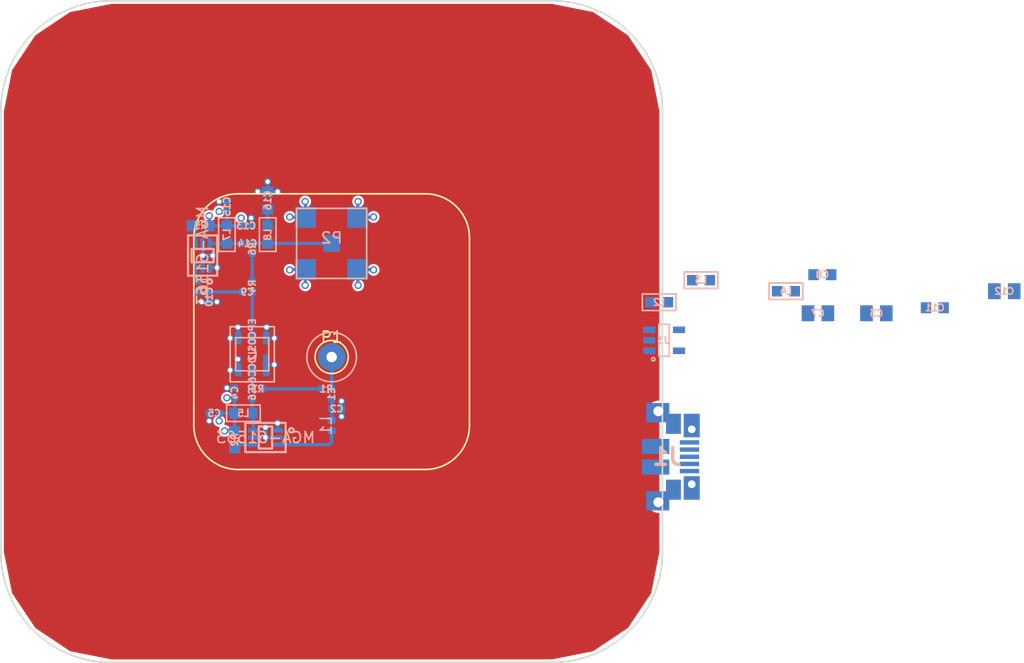
<source format=kicad_pcb>
(kicad_pcb (version 4) (host pcbnew 4.0.2-stable)

  (general
    (links 78)
    (no_connects 27)
    (area 119.924999 69.924999 213.001201 130.075001)
    (thickness 1.6)
    (drawings 8)
    (tracks 131)
    (zones 0)
    (modules 37)
    (nets 25)
  )

  (page A4)
  (layers
    (0 F.Cu signal hide)
    (1 In1.Cu power hide)
    (2 In2.Cu power hide)
    (31 B.Cu signal)
    (32 B.Adhes user)
    (33 F.Adhes user)
    (34 B.Paste user)
    (35 F.Paste user)
    (36 B.SilkS user)
    (37 F.SilkS user)
    (38 B.Mask user)
    (39 F.Mask user)
    (40 Dwgs.User user)
    (41 Cmts.User user)
    (42 Eco1.User user)
    (43 Eco2.User user)
    (44 Edge.Cuts user)
    (45 Margin user)
    (46 B.CrtYd user)
    (47 F.CrtYd user)
    (48 B.Fab user)
    (49 F.Fab user)
  )

  (setup
    (last_trace_width 0.3)
    (trace_clearance 0.2)
    (zone_clearance 0.2)
    (zone_45_only no)
    (trace_min 0.3)
    (segment_width 0.2)
    (edge_width 0.15)
    (via_size 0.6604)
    (via_drill 0.4064)
    (via_min_size 0.6604)
    (via_min_drill 0.4064)
    (uvia_size 0.3)
    (uvia_drill 0.1)
    (uvias_allowed no)
    (uvia_min_size 0.2)
    (uvia_min_drill 0.1)
    (pcb_text_width 0.3)
    (pcb_text_size 1.5 1.5)
    (mod_edge_width 0.15)
    (mod_text_size 1 1)
    (mod_text_width 0.15)
    (pad_size 1.524 1.524)
    (pad_drill 0.762)
    (pad_to_mask_clearance 0.2)
    (aux_axis_origin 0 0)
    (visible_elements FFFCFF7F)
    (pcbplotparams
      (layerselection 0x00030_80000001)
      (usegerberextensions false)
      (excludeedgelayer true)
      (linewidth 0.100000)
      (plotframeref false)
      (viasonmask false)
      (mode 1)
      (useauxorigin false)
      (hpglpennumber 1)
      (hpglpenspeed 20)
      (hpglpendiameter 15)
      (hpglpenoverlay 2)
      (psnegative false)
      (psa4output false)
      (plotreference true)
      (plotvalue true)
      (plotinvisibletext false)
      (padsonsilk false)
      (subtractmaskfromsilk false)
      (outputformat 1)
      (mirror false)
      (drillshape 1)
      (scaleselection 1)
      (outputdirectory ""))
  )

  (net 0 "")
  (net 1 "Net-(C1-Pad1)")
  (net 2 "Net-(C1-Pad2)")
  (net 3 GND)
  (net 4 "Net-(C3-Pad1)")
  (net 5 /V_REG)
  (net 6 "Net-(C6-Pad1)")
  (net 7 "Net-(C6-Pad2)")
  (net 8 /V_RAW)
  (net 9 "Net-(C9-Pad1)")
  (net 10 "Net-(C10-Pad1)")
  (net 11 "Net-(C14-Pad1)")
  (net 12 "Net-(C14-Pad2)")
  (net 13 "Net-(J1-Pad5)")
  (net 14 "Net-(J1-Pad4)")
  (net 15 "Net-(J1-Pad3)")
  (net 16 "Net-(J1-Pad2)")
  (net 17 "Net-(J1-Pad1)")
  (net 18 "Net-(L1-Pad1)")
  (net 19 "Net-(L6-Pad1)")
  (net 20 "Net-(R1-Pad1)")
  (net 21 "Net-(R2-Pad2)")
  (net 22 "Net-(R4-Pad2)")
  (net 23 "Net-(R5-Pad2)")
  (net 24 "Net-(U3-Pad4)")

  (net_class Default "This is the default net class."
    (clearance 0.2)
    (trace_width 0.3)
    (via_dia 0.6604)
    (via_drill 0.4064)
    (uvia_dia 0.3)
    (uvia_drill 0.1)
    (add_net /V_RAW)
    (add_net /V_REG)
    (add_net GND)
    (add_net "Net-(C1-Pad1)")
    (add_net "Net-(C1-Pad2)")
    (add_net "Net-(C10-Pad1)")
    (add_net "Net-(C14-Pad1)")
    (add_net "Net-(C14-Pad2)")
    (add_net "Net-(C3-Pad1)")
    (add_net "Net-(C6-Pad1)")
    (add_net "Net-(C6-Pad2)")
    (add_net "Net-(C9-Pad1)")
    (add_net "Net-(J1-Pad1)")
    (add_net "Net-(J1-Pad2)")
    (add_net "Net-(J1-Pad3)")
    (add_net "Net-(J1-Pad4)")
    (add_net "Net-(J1-Pad5)")
    (add_net "Net-(L1-Pad1)")
    (add_net "Net-(L6-Pad1)")
    (add_net "Net-(R1-Pad1)")
    (add_net "Net-(R2-Pad2)")
    (add_net "Net-(R4-Pad2)")
    (add_net "Net-(R5-Pad2)")
    (add_net "Net-(U3-Pad4)")
  )

  (module ipc_resc:IPC_RESC1005X40N (layer B.Cu) (tedit 55F5DE37) (tstamp 57224094)
    (at 149.52 105.2)
    (tags "RESC1005X40N, EIA 0402, Metric 1005")
    (path /572236FA)
    (fp_text reference R1 (at 0 0) (layer B.SilkS)
      (effects (font (size 0.6096 0.6096) (thickness 0.1524)) (justify mirror))
    )
    (fp_text value 0R (at 0 0) (layer B.Fab) hide
      (effects (font (size 0.6096 0.6096) (thickness 0.1524)) (justify mirror))
    )
    (fp_line (start 0.915 0.46) (end 0.915 -0.46) (layer B.CrtYd) (width 0.1524))
    (fp_line (start 0.915 -0.46) (end -0.915 -0.46) (layer B.CrtYd) (width 0.1524))
    (fp_line (start -0.915 -0.46) (end -0.915 0.46) (layer B.CrtYd) (width 0.1524))
    (fp_line (start -0.915 0.46) (end 0.915 0.46) (layer B.CrtYd) (width 0.1524))
    (pad 1 smd rect (at -0.48 0) (size 0.57 0.62) (layers B.Cu B.Paste B.Mask)
      (net 20 "Net-(R1-Pad1)"))
    (pad 2 smd rect (at 0.48 0) (size 0.57 0.62) (layers B.Cu B.Paste B.Mask)
      (net 1 "Net-(C1-Pad1)"))
  )

  (module rf_sma:MOLEX_0732511350 (layer B.Cu) (tedit 572289DF) (tstamp 57228A8C)
    (at 150 92)
    (path /56BC2DA3)
    (fp_text reference P2 (at 0 -0.5) (layer B.SilkS)
      (effects (font (size 1 1) (thickness 0.15)) (justify mirror))
    )
    (fp_text value CONN_COAX (at 0 0.5) (layer B.Fab) hide
      (effects (font (size 1 1) (thickness 0.15)) (justify mirror))
    )
    (fp_line (start -3.175 -3.175) (end -3.175 3.175) (layer B.SilkS) (width 0.1524))
    (fp_line (start 3.175 -3.175) (end -3.175 -3.175) (layer B.SilkS) (width 0.1524))
    (fp_line (start 3.175 3.175) (end 3.175 -3.175) (layer B.SilkS) (width 0.1524))
    (fp_line (start -3.175 3.175) (end 3.175 3.175) (layer B.SilkS) (width 0.1524))
    (pad 1 smd rect (at 0 0) (size 1.524 1.524) (layers B.Cu B.Paste B.Mask)
      (net 12 "Net-(C14-Pad2)"))
    (pad 2 smd rect (at -2.375 2.375) (size 1.905 1.905) (layers B.Cu B.Paste B.Mask))
    (pad 2 smd rect (at 2.375 2.375) (size 1.905 1.905) (layers B.Cu B.Paste B.Mask))
    (pad 2 smd rect (at -2.375 -2.375) (size 1.905 1.905) (layers B.Cu B.Paste B.Mask))
    (pad 2 smd rect (at 2.375 -2.375) (size 1.905 1.905) (layers B.Cu B.Paste B.Mask))
  )

  (module ipc_sot:IPC_SOT65P210X110-6N (layer B.Cu) (tedit 57224462) (tstamp 57224110)
    (at 138.3 93.1 90)
    (tags "SOT363, JEDEC MO-203AB, JEITA SC-88, TI DCK")
    (path /56BCCDF4)
    (fp_text reference U4 (at 0 0 90) (layer B.SilkS) hide
      (effects (font (size 1 1) (thickness 0.1524)) (justify mirror))
    )
    (fp_text value MGA-61563 (at 0 0 90) (layer B.SilkS)
      (effects (font (size 1 1) (thickness 0.1524)) (justify mirror))
    )
    (fp_circle (center -2.35 0.65) (end -2.25 0.65) (layer B.SilkS) (width 0.2032))
    (fp_line (start -1.825 1.325) (end 1.825 1.325) (layer B.SilkS) (width 0.2032))
    (fp_line (start 1.825 1.325) (end 1.825 -1.325) (layer B.SilkS) (width 0.2032))
    (fp_line (start 1.825 -1.325) (end -1.825 -1.325) (layer B.SilkS) (width 0.2032))
    (fp_line (start -1.825 -1.325) (end -1.825 1.325) (layer B.SilkS) (width 0.2032))
    (fp_line (start -0.6 1) (end 0.6 1) (layer B.SilkS) (width 0.2032))
    (fp_line (start 0.6 1) (end 0.6 -1) (layer B.SilkS) (width 0.2032))
    (fp_line (start 0.6 -1) (end -0.6 -1) (layer B.SilkS) (width 0.2032))
    (fp_line (start -0.6 -1) (end -0.6 1) (layer B.SilkS) (width 0.2032))
    (pad 1 smd rect (at -1.1 0.65 90) (size 0.95 0.4) (layers B.Cu B.Paste B.Mask)
      (net 3 GND))
    (pad 2 smd rect (at -1.1 0 90) (size 0.95 0.4) (layers B.Cu B.Paste B.Mask)
      (net 3 GND))
    (pad 3 smd rect (at -1.1 -0.65 90) (size 0.95 0.4) (layers B.Cu B.Paste B.Mask)
      (net 19 "Net-(L6-Pad1)"))
    (pad 4 smd rect (at 1.1 -0.65 90) (size 0.95 0.4) (layers B.Cu B.Paste B.Mask)
      (net 23 "Net-(R5-Pad2)"))
    (pad 5 smd rect (at 1.1 0 90) (size 0.95 0.4) (layers B.Cu B.Paste B.Mask)
      (net 3 GND))
    (pad 6 smd rect (at 1.1 0.65 90) (size 0.95 0.4) (layers B.Cu B.Paste B.Mask)
      (net 11 "Net-(C14-Pad1)"))
  )

  (module ipc_sot:IPC_SOT95P280X110-5N (layer B.Cu) (tedit 55F5DE37) (tstamp 572240FD)
    (at 180.15 100.784052)
    (tags "SOT, SOT95P280X110-5N, JEDEC MO-193AB")
    (path /56BCDB3A)
    (fp_text reference U3 (at 0 0) (layer B.SilkS)
      (effects (font (size 0.6096 0.6096) (thickness 0.1524)) (justify mirror))
    )
    (fp_text value ADP151_TSOT (at 0 0) (layer B.Fab) hide
      (effects (font (size 0.6096 0.6096) (thickness 0.1524)) (justify mirror))
    )
    (fp_line (start -0.475 1.45) (end 0.475 1.45) (layer B.SilkS) (width 0.1524))
    (fp_line (start 0.475 1.45) (end 0.475 -1.45) (layer B.SilkS) (width 0.1524))
    (fp_line (start 0.475 -1.45) (end -0.475 -1.45) (layer B.SilkS) (width 0.1524))
    (fp_line (start -0.475 -1.45) (end -0.475 1.45) (layer B.SilkS) (width 0.1524))
    (fp_circle (center -0.98 1.72) (end -0.8276 1.72) (layer B.SilkS) (width 0.1524))
    (fp_line (start -2.15 1.775) (end 2.15 1.775) (layer B.CrtYd) (width 0.1524))
    (fp_line (start 2.15 1.775) (end 2.15 -1.775) (layer B.CrtYd) (width 0.1524))
    (fp_line (start 2.15 -1.775) (end -2.15 -1.775) (layer B.CrtYd) (width 0.1524))
    (fp_line (start -2.15 -1.775) (end -2.15 1.775) (layer B.CrtYd) (width 0.1524))
    (pad 1 smd rect (at -1.35 0.95) (size 1.1 0.6) (layers B.Cu B.Paste B.Mask)
      (net 8 /V_RAW))
    (pad 2 smd rect (at -1.35 0) (size 1.1 0.6) (layers B.Cu B.Paste B.Mask)
      (net 3 GND))
    (pad 3 smd rect (at -1.35 -0.95) (size 1.1 0.6) (layers B.Cu B.Paste B.Mask)
      (net 8 /V_RAW))
    (pad 4 smd rect (at 1.35 -0.95) (size 1.1 0.6) (layers B.Cu B.Paste B.Mask)
      (net 24 "Net-(U3-Pad4)"))
    (pad 5 smd rect (at 1.35 0.95) (size 1.1 0.6) (layers B.Cu B.Paste B.Mask)
      (net 5 /V_REG))
  )

  (module epcos:EPCOS_DCC6C (layer B.Cu) (tedit 533F8A6B) (tstamp 572240EB)
    (at 142.8 102.05 90)
    (path /56BCD652)
    (fp_text reference U2 (at 0 0 90) (layer B.SilkS)
      (effects (font (size 0.6096 0.6096) (thickness 0.1524)) (justify mirror))
    )
    (fp_text value EPCOS_DCC6C (at 0 0 90) (layer B.SilkS)
      (effects (font (size 0.6096 0.6096) (thickness 0.1524)) (justify mirror))
    )
    (fp_line (start -2.5 2) (end 2.5 2) (layer B.SilkS) (width 0.1524))
    (fp_line (start 2.5 2) (end 2.5 -2) (layer B.SilkS) (width 0.1524))
    (fp_line (start 2.5 -2) (end -2.5 -2) (layer B.SilkS) (width 0.1524))
    (fp_line (start -2.5 -2) (end -2.5 2) (layer B.SilkS) (width 0.1524))
    (fp_line (start -1.5 1.5) (end 1.5 1.5) (layer B.SilkS) (width 0.1524))
    (fp_line (start 1.5 1.5) (end 1.5 -1.5) (layer B.SilkS) (width 0.1524))
    (fp_line (start 1.5 -1.5) (end -1.5 -1.5) (layer B.SilkS) (width 0.1524))
    (fp_line (start -1.5 -1.5) (end -1.5 1.5) (layer B.SilkS) (width 0.1524))
    (pad 1 smd rect (at -1 1.27 90) (size 2 0.6) (layers B.Cu B.Paste B.Mask)
      (net 3 GND))
    (pad 2 smd rect (at -1.45 0 90) (size 1.1 0.6) (layers B.Cu B.Paste B.Mask)
      (net 7 "Net-(C6-Pad2)"))
    (pad 3 smd rect (at -1.45 -1.27 90) (size 1.1 0.6) (layers B.Cu B.Paste B.Mask)
      (net 3 GND))
    (pad 4 smd rect (at 1.45 -1.27 90) (size 1.1 0.6) (layers B.Cu B.Paste B.Mask)
      (net 3 GND))
    (pad 5 smd rect (at 1.45 0 90) (size 1.1 0.6) (layers B.Cu B.Paste B.Mask)
      (net 9 "Net-(C9-Pad1)"))
    (pad 6 smd rect (at 1.45 1.27 90) (size 1.1 0.6) (layers B.Cu B.Paste B.Mask)
      (net 3 GND))
  )

  (module ipc_sot:IPC_SOT65P210X110-6N (layer B.Cu) (tedit 57224462) (tstamp 572240D9)
    (at 144 109.6 180)
    (tags "SOT363, JEDEC MO-203AB, JEITA SC-88, TI DCK")
    (path /56BC1BD8)
    (fp_text reference U1 (at 0 0 180) (layer B.SilkS) hide
      (effects (font (size 1 1) (thickness 0.1524)) (justify mirror))
    )
    (fp_text value MGA-61563 (at 0 0 180) (layer B.SilkS)
      (effects (font (size 1 1) (thickness 0.1524)) (justify mirror))
    )
    (fp_circle (center -2.35 0.65) (end -2.25 0.65) (layer B.SilkS) (width 0.2032))
    (fp_line (start -1.825 1.325) (end 1.825 1.325) (layer B.SilkS) (width 0.2032))
    (fp_line (start 1.825 1.325) (end 1.825 -1.325) (layer B.SilkS) (width 0.2032))
    (fp_line (start 1.825 -1.325) (end -1.825 -1.325) (layer B.SilkS) (width 0.2032))
    (fp_line (start -1.825 -1.325) (end -1.825 1.325) (layer B.SilkS) (width 0.2032))
    (fp_line (start -0.6 1) (end 0.6 1) (layer B.SilkS) (width 0.2032))
    (fp_line (start 0.6 1) (end 0.6 -1) (layer B.SilkS) (width 0.2032))
    (fp_line (start 0.6 -1) (end -0.6 -1) (layer B.SilkS) (width 0.2032))
    (fp_line (start -0.6 -1) (end -0.6 1) (layer B.SilkS) (width 0.2032))
    (pad 1 smd rect (at -1.1 0.65 180) (size 0.95 0.4) (layers B.Cu B.Paste B.Mask)
      (net 3 GND))
    (pad 2 smd rect (at -1.1 0 180) (size 0.95 0.4) (layers B.Cu B.Paste B.Mask)
      (net 3 GND))
    (pad 3 smd rect (at -1.1 -0.65 180) (size 0.95 0.4) (layers B.Cu B.Paste B.Mask)
      (net 18 "Net-(L1-Pad1)"))
    (pad 4 smd rect (at 1.1 -0.65 180) (size 0.95 0.4) (layers B.Cu B.Paste B.Mask)
      (net 21 "Net-(R2-Pad2)"))
    (pad 5 smd rect (at 1.1 0 180) (size 0.95 0.4) (layers B.Cu B.Paste B.Mask)
      (net 3 GND))
    (pad 6 smd rect (at 1.1 0.65 180) (size 0.95 0.4) (layers B.Cu B.Paste B.Mask)
      (net 6 "Net-(C6-Pad1)"))
  )

  (module ipc_resc:IPC_RESC1005X40N (layer B.Cu) (tedit 55F5DE37) (tstamp 572240C6)
    (at 142.8 92.48 270)
    (tags "RESC1005X40N, EIA 0402, Metric 1005")
    (path /572258D1)
    (fp_text reference R6 (at 0 0 270) (layer B.SilkS)
      (effects (font (size 0.6096 0.6096) (thickness 0.1524)) (justify mirror))
    )
    (fp_text value 0R (at 0 0 270) (layer B.Fab) hide
      (effects (font (size 0.6096 0.6096) (thickness 0.1524)) (justify mirror))
    )
    (fp_line (start 0.915 0.46) (end 0.915 -0.46) (layer B.CrtYd) (width 0.1524))
    (fp_line (start 0.915 -0.46) (end -0.915 -0.46) (layer B.CrtYd) (width 0.1524))
    (fp_line (start -0.915 -0.46) (end -0.915 0.46) (layer B.CrtYd) (width 0.1524))
    (fp_line (start -0.915 0.46) (end 0.915 0.46) (layer B.CrtYd) (width 0.1524))
    (pad 1 smd rect (at -0.48 0 270) (size 0.57 0.62) (layers B.Cu B.Paste B.Mask)
      (net 12 "Net-(C14-Pad2)"))
    (pad 2 smd rect (at 0.48 0 270) (size 0.57 0.62) (layers B.Cu B.Paste B.Mask)
      (net 22 "Net-(R4-Pad2)"))
  )

  (module ipc_resc:IPC_RESC1608X55N (layer B.Cu) (tedit 55F5DE37) (tstamp 572240BC)
    (at 138.1 90.4 180)
    (tags "RESC1608X55N, EIA 0603, Metric 1608")
    (path /56BCCF0E)
    (fp_text reference R5 (at 0 0 180) (layer B.SilkS)
      (effects (font (size 0.6096 0.6096) (thickness 0.1524)) (justify mirror))
    )
    (fp_text value 620R (at 0 0 180) (layer B.Fab) hide
      (effects (font (size 0.6096 0.6096) (thickness 0.1524)) (justify mirror))
    )
    (fp_line (start -1.5 0.75) (end 1.5 0.75) (layer B.CrtYd) (width 0.1524))
    (fp_line (start 1.5 0.75) (end 1.5 -0.75) (layer B.CrtYd) (width 0.1524))
    (fp_line (start 1.5 -0.75) (end -1.5 -0.75) (layer B.CrtYd) (width 0.1524))
    (fp_line (start -1.5 -0.75) (end -1.5 0.75) (layer B.CrtYd) (width 0.1524))
    (pad 1 smd rect (at -0.8 0 180) (size 0.9 1) (layers B.Cu B.Paste B.Mask)
      (net 5 /V_REG))
    (pad 2 smd rect (at 0.8 0 180) (size 0.9 1) (layers B.Cu B.Paste B.Mask)
      (net 23 "Net-(R5-Pad2)"))
  )

  (module ipc_resc:IPC_RESC1005X40N (layer B.Cu) (tedit 55F5DE37) (tstamp 572240B2)
    (at 142.8 95.88 90)
    (tags "RESC1005X40N, EIA 0402, Metric 1005")
    (path /572255A1)
    (fp_text reference R4 (at 0 0 90) (layer B.SilkS)
      (effects (font (size 0.6096 0.6096) (thickness 0.1524)) (justify mirror))
    )
    (fp_text value 0R (at 0 0 90) (layer B.Fab) hide
      (effects (font (size 0.6096 0.6096) (thickness 0.1524)) (justify mirror))
    )
    (fp_line (start 0.915 0.46) (end 0.915 -0.46) (layer B.CrtYd) (width 0.1524))
    (fp_line (start 0.915 -0.46) (end -0.915 -0.46) (layer B.CrtYd) (width 0.1524))
    (fp_line (start -0.915 -0.46) (end -0.915 0.46) (layer B.CrtYd) (width 0.1524))
    (fp_line (start -0.915 0.46) (end 0.915 0.46) (layer B.CrtYd) (width 0.1524))
    (pad 1 smd rect (at -0.48 0 90) (size 0.57 0.62) (layers B.Cu B.Paste B.Mask)
      (net 9 "Net-(C9-Pad1)"))
    (pad 2 smd rect (at 0.48 0 90) (size 0.57 0.62) (layers B.Cu B.Paste B.Mask)
      (net 22 "Net-(R4-Pad2)"))
  )

  (module ipc_resc:IPC_RESC1005X40N (layer B.Cu) (tedit 55F5DE37) (tstamp 572240A8)
    (at 143.28 105.2)
    (tags "RESC1005X40N, EIA 0402, Metric 1005")
    (path /572237A2)
    (fp_text reference R3 (at 0 0) (layer B.SilkS)
      (effects (font (size 0.6096 0.6096) (thickness 0.1524)) (justify mirror))
    )
    (fp_text value 0R (at 0 0) (layer B.Fab) hide
      (effects (font (size 0.6096 0.6096) (thickness 0.1524)) (justify mirror))
    )
    (fp_line (start 0.915 0.46) (end 0.915 -0.46) (layer B.CrtYd) (width 0.1524))
    (fp_line (start 0.915 -0.46) (end -0.915 -0.46) (layer B.CrtYd) (width 0.1524))
    (fp_line (start -0.915 -0.46) (end -0.915 0.46) (layer B.CrtYd) (width 0.1524))
    (fp_line (start -0.915 0.46) (end 0.915 0.46) (layer B.CrtYd) (width 0.1524))
    (pad 1 smd rect (at -0.48 0) (size 0.57 0.62) (layers B.Cu B.Paste B.Mask)
      (net 7 "Net-(C6-Pad2)"))
    (pad 2 smd rect (at 0.48 0) (size 0.57 0.62) (layers B.Cu B.Paste B.Mask)
      (net 20 "Net-(R1-Pad1)"))
  )

  (module ipc_resc:IPC_RESC1608X55N (layer B.Cu) (tedit 55F5DE37) (tstamp 5722409E)
    (at 141.2 109.8 270)
    (tags "RESC1608X55N, EIA 0603, Metric 1608")
    (path /56BC2637)
    (fp_text reference R2 (at 0 0 270) (layer B.SilkS)
      (effects (font (size 0.6096 0.6096) (thickness 0.1524)) (justify mirror))
    )
    (fp_text value 620R (at 0 0 270) (layer B.Fab) hide
      (effects (font (size 0.6096 0.6096) (thickness 0.1524)) (justify mirror))
    )
    (fp_line (start -1.5 0.75) (end 1.5 0.75) (layer B.CrtYd) (width 0.1524))
    (fp_line (start 1.5 0.75) (end 1.5 -0.75) (layer B.CrtYd) (width 0.1524))
    (fp_line (start 1.5 -0.75) (end -1.5 -0.75) (layer B.CrtYd) (width 0.1524))
    (fp_line (start -1.5 -0.75) (end -1.5 0.75) (layer B.CrtYd) (width 0.1524))
    (pad 1 smd rect (at -0.8 0 270) (size 0.9 1) (layers B.Cu B.Paste B.Mask)
      (net 5 /V_REG))
    (pad 2 smd rect (at 0.8 0 270) (size 0.9 1) (layers B.Cu B.Paste B.Mask)
      (net 21 "Net-(R2-Pad2)"))
  )

  (module ipc_indc:IPC_INDC1608X95N (layer B.Cu) (tedit 53B37887) (tstamp 57224075)
    (at 144.2 91.1999 90)
    (path /57225192)
    (fp_text reference L8 (at 0 0 90) (layer B.SilkS)
      (effects (font (size 0.6096 0.6096) (thickness 0.1524)) (justify mirror))
    )
    (fp_text value L (at 0 0 90) (layer B.SilkS) hide
      (effects (font (size 0.6096 0.6096) (thickness 0.1524)) (justify mirror))
    )
    (fp_line (start 1.524 0.7493) (end 1.524 -0.7493) (layer B.SilkS) (width 0.1524))
    (fp_line (start 1.524 -0.7493) (end -1.524 -0.7493) (layer B.SilkS) (width 0.1524))
    (fp_line (start -1.524 -0.7493) (end -1.524 0.7493) (layer B.SilkS) (width 0.1524))
    (fp_line (start -1.524 0.7493) (end 1.524 0.7493) (layer B.SilkS) (width 0.1524))
    (pad 1 smd rect (at -0.8001 0 90) (size 0.94996 0.94996) (layers B.Cu B.Paste B.Mask)
      (net 12 "Net-(C14-Pad2)"))
    (pad 2 smd rect (at 0.8001 0 90) (size 0.94996 0.94996) (layers B.Cu B.Paste B.Mask)
      (net 8 /V_RAW))
  )

  (module ipc_indc:IPC_INDC1608X95N (layer B.Cu) (tedit 53B37887) (tstamp 5722406B)
    (at 140.5 91.1999 90)
    (path /56BCCF5C)
    (fp_text reference L7 (at 0 0 90) (layer B.SilkS)
      (effects (font (size 0.6096 0.6096) (thickness 0.1524)) (justify mirror))
    )
    (fp_text value 47N (at 0 0 90) (layer B.SilkS) hide
      (effects (font (size 0.6096 0.6096) (thickness 0.1524)) (justify mirror))
    )
    (fp_line (start 1.524 0.7493) (end 1.524 -0.7493) (layer B.SilkS) (width 0.1524))
    (fp_line (start 1.524 -0.7493) (end -1.524 -0.7493) (layer B.SilkS) (width 0.1524))
    (fp_line (start -1.524 -0.7493) (end -1.524 0.7493) (layer B.SilkS) (width 0.1524))
    (fp_line (start -1.524 0.7493) (end 1.524 0.7493) (layer B.SilkS) (width 0.1524))
    (pad 1 smd rect (at -0.8001 0 90) (size 0.94996 0.94996) (layers B.Cu B.Paste B.Mask)
      (net 11 "Net-(C14-Pad1)"))
    (pad 2 smd rect (at 0.8001 0 90) (size 0.94996 0.94996) (layers B.Cu B.Paste B.Mask)
      (net 5 /V_REG))
  )

  (module ipc_indc:IPC_INDC1005X60N (layer B.Cu) (tedit 56BEB645) (tstamp 57224061)
    (at 137.8 95.92 270)
    (path /56BCD114)
    (fp_text reference L6 (at 0 -0.5 270) (layer B.SilkS)
      (effects (font (size 1 1) (thickness 0.15)) (justify mirror))
    )
    (fp_text value L (at 0 0.5 270) (layer B.Fab)
      (effects (font (size 1 1) (thickness 0.15)) (justify mirror))
    )
    (fp_line (start -0.925 -0.51) (end -0.925 0.51) (layer B.CrtYd) (width 0.15))
    (fp_line (start 0.925 -0.51) (end -0.925 -0.51) (layer B.CrtYd) (width 0.15))
    (fp_line (start 0.925 0.51) (end 0.925 -0.51) (layer B.CrtYd) (width 0.15))
    (fp_line (start -0.925 0.51) (end 0.925 0.51) (layer B.CrtYd) (width 0.1524))
    (pad 1 smd rect (at -0.48 0 270) (size 0.59 0.72) (layers B.Cu B.Paste B.Mask)
      (net 19 "Net-(L6-Pad1)"))
    (pad 2 smd rect (at 0.48 0 270) (size 0.59 0.72) (layers B.Cu B.Paste B.Mask)
      (net 10 "Net-(C10-Pad1)"))
  )

  (module ipc_indc:IPC_INDC1608X95N (layer B.Cu) (tedit 53B37887) (tstamp 57224057)
    (at 142 107.4 180)
    (path /56BC2603)
    (fp_text reference L5 (at 0 0 180) (layer B.SilkS)
      (effects (font (size 0.6096 0.6096) (thickness 0.1524)) (justify mirror))
    )
    (fp_text value 47N (at 0 0 180) (layer B.SilkS) hide
      (effects (font (size 0.6096 0.6096) (thickness 0.1524)) (justify mirror))
    )
    (fp_line (start 1.524 0.7493) (end 1.524 -0.7493) (layer B.SilkS) (width 0.1524))
    (fp_line (start 1.524 -0.7493) (end -1.524 -0.7493) (layer B.SilkS) (width 0.1524))
    (fp_line (start -1.524 -0.7493) (end -1.524 0.7493) (layer B.SilkS) (width 0.1524))
    (fp_line (start -1.524 0.7493) (end 1.524 0.7493) (layer B.SilkS) (width 0.1524))
    (pad 1 smd rect (at -0.8001 0 180) (size 0.94996 0.94996) (layers B.Cu B.Paste B.Mask)
      (net 6 "Net-(C6-Pad1)"))
    (pad 2 smd rect (at 0.8001 0 180) (size 0.94996 0.94996) (layers B.Cu B.Paste B.Mask)
      (net 5 /V_REG))
  )

  (module ipc_indc:IPC_INDC1608X95N (layer B.Cu) (tedit 53B37887) (tstamp 5722404D)
    (at 191.1999 96.334052)
    (path /56BD06A4)
    (fp_text reference L4 (at 0 0) (layer B.SilkS)
      (effects (font (size 0.6096 0.6096) (thickness 0.1524)) (justify mirror))
    )
    (fp_text value L (at 0 0) (layer B.SilkS) hide
      (effects (font (size 0.6096 0.6096) (thickness 0.1524)) (justify mirror))
    )
    (fp_line (start 1.524 0.7493) (end 1.524 -0.7493) (layer B.SilkS) (width 0.1524))
    (fp_line (start 1.524 -0.7493) (end -1.524 -0.7493) (layer B.SilkS) (width 0.1524))
    (fp_line (start -1.524 -0.7493) (end -1.524 0.7493) (layer B.SilkS) (width 0.1524))
    (fp_line (start -1.524 0.7493) (end 1.524 0.7493) (layer B.SilkS) (width 0.1524))
    (pad 1 smd rect (at -0.8001 0) (size 0.94996 0.94996) (layers B.Cu B.Paste B.Mask)
      (net 8 /V_RAW))
    (pad 2 smd rect (at 0.8001 0) (size 0.94996 0.94996) (layers B.Cu B.Paste B.Mask)
      (net 17 "Net-(J1-Pad1)"))
  )

  (module ipc_indc:IPC_INDC1608X95N (layer B.Cu) (tedit 53B37887) (tstamp 57224043)
    (at 183.5 95.334052)
    (path /56BD08D2)
    (fp_text reference L3 (at 0 0) (layer B.SilkS)
      (effects (font (size 0.6096 0.6096) (thickness 0.1524)) (justify mirror))
    )
    (fp_text value L (at 0 0) (layer B.SilkS) hide
      (effects (font (size 0.6096 0.6096) (thickness 0.1524)) (justify mirror))
    )
    (fp_line (start 1.524 0.7493) (end 1.524 -0.7493) (layer B.SilkS) (width 0.1524))
    (fp_line (start 1.524 -0.7493) (end -1.524 -0.7493) (layer B.SilkS) (width 0.1524))
    (fp_line (start -1.524 -0.7493) (end -1.524 0.7493) (layer B.SilkS) (width 0.1524))
    (fp_line (start -1.524 0.7493) (end 1.524 0.7493) (layer B.SilkS) (width 0.1524))
    (pad 1 smd rect (at -0.8001 0) (size 0.94996 0.94996) (layers B.Cu B.Paste B.Mask)
      (net 3 GND))
    (pad 2 smd rect (at 0.8001 0) (size 0.94996 0.94996) (layers B.Cu B.Paste B.Mask)
      (net 13 "Net-(J1-Pad5)"))
  )

  (module ipc_indc:IPC_INDC1608X95N (layer B.Cu) (tedit 53B37887) (tstamp 57224039)
    (at 179.6999 97.334052)
    (path /56BD081C)
    (fp_text reference L2 (at 0 0) (layer B.SilkS)
      (effects (font (size 0.6096 0.6096) (thickness 0.1524)) (justify mirror))
    )
    (fp_text value L (at 0 0) (layer B.SilkS) hide
      (effects (font (size 0.6096 0.6096) (thickness 0.1524)) (justify mirror))
    )
    (fp_line (start 1.524 0.7493) (end 1.524 -0.7493) (layer B.SilkS) (width 0.1524))
    (fp_line (start 1.524 -0.7493) (end -1.524 -0.7493) (layer B.SilkS) (width 0.1524))
    (fp_line (start -1.524 -0.7493) (end -1.524 0.7493) (layer B.SilkS) (width 0.1524))
    (fp_line (start -1.524 0.7493) (end 1.524 0.7493) (layer B.SilkS) (width 0.1524))
    (pad 1 smd rect (at -0.8001 0) (size 0.94996 0.94996) (layers B.Cu B.Paste B.Mask)
      (net 3 GND))
    (pad 2 smd rect (at 0.8001 0) (size 0.94996 0.94996) (layers B.Cu B.Paste B.Mask)
      (net 4 "Net-(C3-Pad1)"))
  )

  (module ipc_indc:IPC_INDC1005X60N (layer B.Cu) (tedit 56BEB645) (tstamp 5722402F)
    (at 150 108.52 90)
    (path /56BC25C9)
    (fp_text reference L1 (at 0 -0.5 90) (layer B.SilkS)
      (effects (font (size 1 1) (thickness 0.15)) (justify mirror))
    )
    (fp_text value L (at 0 0.5 90) (layer B.Fab)
      (effects (font (size 1 1) (thickness 0.15)) (justify mirror))
    )
    (fp_line (start -0.925 -0.51) (end -0.925 0.51) (layer B.CrtYd) (width 0.15))
    (fp_line (start 0.925 -0.51) (end -0.925 -0.51) (layer B.CrtYd) (width 0.15))
    (fp_line (start 0.925 0.51) (end 0.925 -0.51) (layer B.CrtYd) (width 0.15))
    (fp_line (start -0.925 0.51) (end 0.925 0.51) (layer B.CrtYd) (width 0.1524))
    (pad 1 smd rect (at -0.48 0 90) (size 0.59 0.72) (layers B.Cu B.Paste B.Mask)
      (net 18 "Net-(L1-Pad1)"))
    (pad 2 smd rect (at 0.48 0 90) (size 0.59 0.72) (layers B.Cu B.Paste B.Mask)
      (net 2 "Net-(C1-Pad2)"))
  )

  (module hackrf:GSG-USB-MICROB-FCI-10103592 (layer B.Cu) (tedit 52F165DF) (tstamp 57224025)
    (at 177.925 111.346552)
    (path /56BD0390)
    (fp_text reference J1 (at 2.49936 0) (layer B.SilkS)
      (effects (font (thickness 0.3048)) (justify mirror))
    )
    (fp_text value GSG-USB-MICRO-B-SHIELDED (at 2.49936 0) (layer B.SilkS) hide
      (effects (font (thickness 0.3048)) (justify mirror))
    )
    (fp_arc (start 1.65 -2.375) (end 1.65 -1.925) (angle -180) (layer Cmts.User) (width 0.2032))
    (fp_arc (start 1.65 2.375) (end 1.65 2.825) (angle -180) (layer Cmts.User) (width 0.2032))
    (fp_line (start 0 1.925) (end 0 -1.925) (layer Cmts.User) (width 0.2032))
    (fp_line (start 0 -2.825) (end 1.65 -2.825) (layer Cmts.User) (width 0.2032))
    (fp_line (start 0 1.925) (end 1.65 1.925) (layer Cmts.User) (width 0.2032))
    (fp_line (start 0 -1.925) (end 1.65 -1.925) (layer Cmts.User) (width 0.2032))
    (fp_line (start 0 2.825) (end 1.65 2.825) (layer Cmts.User) (width 0.2032))
    (fp_line (start 0 -2.825) (end 0 -4.75) (layer Cmts.User) (width 0.2032))
    (fp_line (start 0 2.825) (end 0 4.75) (layer Cmts.User) (width 0.2032))
    (pad 5 smd rect (at 4.525 1.3) (size 1.75 0.4) (layers B.Cu B.Paste B.Mask)
      (net 13 "Net-(J1-Pad5)") (solder_mask_margin 0.1016) (clearance 0.2032))
    (pad 4 smd rect (at 4.525 0.65) (size 1.75 0.4) (layers B.Cu B.Paste B.Mask)
      (net 14 "Net-(J1-Pad4)") (solder_mask_margin 0.1016) (clearance 0.2032))
    (pad 3 smd rect (at 4.525 0) (size 1.75 0.4) (layers B.Cu B.Paste B.Mask)
      (net 15 "Net-(J1-Pad3)") (solder_mask_margin 0.1016) (clearance 0.2032))
    (pad 2 smd rect (at 4.525 -0.65) (size 1.75 0.4) (layers B.Cu B.Paste B.Mask)
      (net 16 "Net-(J1-Pad2)") (solder_mask_margin 0.1016) (clearance 0.2032))
    (pad 1 smd rect (at 4.525 -1.3) (size 1.75 0.4) (layers B.Cu B.Paste B.Mask)
      (net 17 "Net-(J1-Pad1)") (solder_mask_margin 0.1016) (clearance 0.2032))
    (pad 0 smd rect (at 1.45 0.9375) (size 2.5 1.375) (layers B.Cu B.Paste B.Mask)
      (net 4 "Net-(C3-Pad1)"))
    (pad 0 smd rect (at 1.45 -0.9375) (size 2.5 1.375) (layers B.Cu B.Paste B.Mask)
      (net 4 "Net-(C3-Pad1)"))
    (pad 0 smd rect (at 4.73 2.83) (size 1.46 2.14) (layers B.Cu B.Paste B.Mask)
      (net 4 "Net-(C3-Pad1)") (solder_paste_margin_ratio -0.05))
    (pad 0 smd rect (at 4.73 -2.83) (size 1.46 2.14) (layers B.Cu B.Paste B.Mask)
      (net 4 "Net-(C3-Pad1)") (solder_paste_margin_ratio -0.05))
    (pad 0 smd rect (at 3.075 2.9875) (size 1.35 1.825) (layers B.Cu B.Mask)
      (net 4 "Net-(C3-Pad1)"))
    (pad 0 smd rect (at 3.075 -2.9875) (size 1.35 1.825) (layers B.Cu B.Mask)
      (net 4 "Net-(C3-Pad1)"))
    (pad 0 smd rect (at 1.65 4) (size 2.1 1.75) (layers B.Cu B.Paste B.Mask)
      (net 4 "Net-(C3-Pad1)") (solder_paste_margin_ratio -0.05))
    (pad 0 smd rect (at 1.65 -4) (size 2.1 1.75) (layers B.Cu B.Paste B.Mask)
      (net 4 "Net-(C3-Pad1)") (solder_paste_margin_ratio -0.05))
    (pad 0 thru_hole circle (at 1.7 4.125) (size 1.5 1.5) (drill 0.9) (layers *.Cu *.Mask)
      (net 4 "Net-(C3-Pad1)"))
    (pad 0 thru_hole circle (at 1.7 -4.125) (size 1.5 1.5) (drill 0.9) (layers *.Cu *.Mask)
      (net 4 "Net-(C3-Pad1)"))
    (pad 0 thru_hole circle (at 4.73 2.49) (size 1.4 1.4) (drill 0.7) (layers *.Cu *.Mask)
      (net 4 "Net-(C3-Pad1)"))
    (pad 0 thru_hole circle (at 4.73 -2.49) (size 1.4 1.4) (drill 0.7) (layers *.Cu *.Mask)
      (net 4 "Net-(C3-Pad1)"))
  )

  (module ipc_capc:IPC_CAPC1608X95N (layer B.Cu) (tedit 55F5DE37) (tstamp 57224007)
    (at 144.2 88.1 90)
    (tags "CAPC1608X95N, EIA 0603, Metric 1608")
    (path /56BCE92E)
    (fp_text reference C16 (at 0 0 90) (layer B.SilkS)
      (effects (font (size 0.6096 0.6096) (thickness 0.1524)) (justify mirror))
    )
    (fp_text value 100N (at 0 0 90) (layer B.Fab) hide
      (effects (font (size 0.6096 0.6096) (thickness 0.1524)) (justify mirror))
    )
    (fp_line (start -1.525 0.75) (end 1.525 0.75) (layer B.CrtYd) (width 0.1524))
    (fp_line (start 1.525 0.75) (end 1.525 -0.75) (layer B.CrtYd) (width 0.1524))
    (fp_line (start 1.525 -0.75) (end -1.525 -0.75) (layer B.CrtYd) (width 0.1524))
    (fp_line (start -1.525 -0.75) (end -1.525 0.75) (layer B.CrtYd) (width 0.1524))
    (pad 1 smd rect (at -0.8 0 90) (size 0.95 1) (layers B.Cu B.Paste B.Mask)
      (net 8 /V_RAW))
    (pad 2 smd rect (at 0.8 0 90) (size 0.95 1) (layers B.Cu B.Paste B.Mask)
      (net 3 GND))
  )

  (module ipc_capc:IPC_CAPC1005X55N (layer B.Cu) (tedit 55F5DE37) (tstamp 57223FFD)
    (at 140.5 88.65 90)
    (tags "CAPC1005X55N, EIA 0402, Metric 1005")
    (path /56BCCFFD)
    (fp_text reference C15 (at 0 0 90) (layer B.SilkS)
      (effects (font (size 0.6096 0.6096) (thickness 0.1524)) (justify mirror))
    )
    (fp_text value 10N (at 0 0 90) (layer B.Fab) hide
      (effects (font (size 0.6096 0.6096) (thickness 0.1524)) (justify mirror))
    )
    (fp_line (start 0.91 0.46) (end 0.91 -0.46) (layer B.CrtYd) (width 0.1524))
    (fp_line (start 0.91 -0.46) (end -0.91 -0.46) (layer B.CrtYd) (width 0.1524))
    (fp_line (start -0.91 -0.46) (end -0.91 0.46) (layer B.CrtYd) (width 0.1524))
    (fp_line (start -0.91 0.46) (end 0.91 0.46) (layer B.CrtYd) (width 0.1524))
    (pad 1 smd rect (at -0.45 0 90) (size 0.62 0.62) (layers B.Cu B.Paste B.Mask)
      (net 5 /V_REG))
    (pad 2 smd rect (at 0.45 0 90) (size 0.62 0.62) (layers B.Cu B.Paste B.Mask)
      (net 3 GND))
  )

  (module ipc_capc:IPC_CAPC1005X55N (layer B.Cu) (tedit 55F5DE37) (tstamp 57223FF3)
    (at 142.35 92)
    (tags "CAPC1005X55N, EIA 0402, Metric 1005")
    (path /56BCCDA3)
    (fp_text reference C14 (at 0 0) (layer B.SilkS)
      (effects (font (size 0.6096 0.6096) (thickness 0.1524)) (justify mirror))
    )
    (fp_text value 22P (at 0 0) (layer B.Fab) hide
      (effects (font (size 0.6096 0.6096) (thickness 0.1524)) (justify mirror))
    )
    (fp_line (start 0.91 0.46) (end 0.91 -0.46) (layer B.CrtYd) (width 0.1524))
    (fp_line (start 0.91 -0.46) (end -0.91 -0.46) (layer B.CrtYd) (width 0.1524))
    (fp_line (start -0.91 -0.46) (end -0.91 0.46) (layer B.CrtYd) (width 0.1524))
    (fp_line (start -0.91 0.46) (end 0.91 0.46) (layer B.CrtYd) (width 0.1524))
    (pad 1 smd rect (at -0.45 0) (size 0.62 0.62) (layers B.Cu B.Paste B.Mask)
      (net 11 "Net-(C14-Pad1)"))
    (pad 2 smd rect (at 0.45 0) (size 0.62 0.62) (layers B.Cu B.Paste B.Mask)
      (net 12 "Net-(C14-Pad2)"))
  )

  (module ipc_capc:IPC_CAPC1005X55N (layer B.Cu) (tedit 55F5DE37) (tstamp 57223FE9)
    (at 142.25 90.4)
    (tags "CAPC1005X55N, EIA 0402, Metric 1005")
    (path /56BCCFAE)
    (fp_text reference C13 (at 0 0) (layer B.SilkS)
      (effects (font (size 0.6096 0.6096) (thickness 0.1524)) (justify mirror))
    )
    (fp_text value 68P (at 0 0) (layer B.Fab) hide
      (effects (font (size 0.6096 0.6096) (thickness 0.1524)) (justify mirror))
    )
    (fp_line (start 0.91 0.46) (end 0.91 -0.46) (layer B.CrtYd) (width 0.1524))
    (fp_line (start 0.91 -0.46) (end -0.91 -0.46) (layer B.CrtYd) (width 0.1524))
    (fp_line (start -0.91 -0.46) (end -0.91 0.46) (layer B.CrtYd) (width 0.1524))
    (fp_line (start -0.91 0.46) (end 0.91 0.46) (layer B.CrtYd) (width 0.1524))
    (pad 1 smd rect (at -0.45 0) (size 0.62 0.62) (layers B.Cu B.Paste B.Mask)
      (net 5 /V_REG))
    (pad 2 smd rect (at 0.45 0) (size 0.62 0.62) (layers B.Cu B.Paste B.Mask)
      (net 3 GND))
  )

  (module ipc_capc:IPC_CAPC2012X140N (layer B.Cu) (tedit 55F5DE37) (tstamp 57223FDF)
    (at 211 96.334052)
    (tags "CAPC2012X140N, EIA 0805, Metric 2012")
    (path /56BCE211)
    (fp_text reference C12 (at 0 0) (layer B.SilkS)
      (effects (font (size 0.6096 0.6096) (thickness 0.1524)) (justify mirror))
    )
    (fp_text value 10U (at 0 0) (layer B.Fab) hide
      (effects (font (size 0.6096 0.6096) (thickness 0.1524)) (justify mirror))
    )
    (fp_line (start -1.725 0.975) (end 1.725 0.975) (layer B.CrtYd) (width 0.1524))
    (fp_line (start 1.725 0.975) (end 1.725 -0.975) (layer B.CrtYd) (width 0.1524))
    (fp_line (start 1.725 -0.975) (end -1.725 -0.975) (layer B.CrtYd) (width 0.1524))
    (fp_line (start -1.725 -0.975) (end -1.725 0.975) (layer B.CrtYd) (width 0.1524))
    (pad 1 smd rect (at -0.9 0) (size 1.15 1.45) (layers B.Cu B.Paste B.Mask)
      (net 5 /V_REG))
    (pad 2 smd rect (at 0.9 0) (size 1.15 1.45) (layers B.Cu B.Paste B.Mask)
      (net 3 GND))
  )

  (module ipc_capc:IPC_CAPC1608X95N (layer B.Cu) (tedit 55F5DE37) (tstamp 57223FD5)
    (at 204.7 97.834052)
    (tags "CAPC1608X95N, EIA 0603, Metric 1608")
    (path /56BCE1A3)
    (fp_text reference C11 (at 0 0) (layer B.SilkS)
      (effects (font (size 0.6096 0.6096) (thickness 0.1524)) (justify mirror))
    )
    (fp_text value 100N (at 0 0) (layer B.Fab) hide
      (effects (font (size 0.6096 0.6096) (thickness 0.1524)) (justify mirror))
    )
    (fp_line (start -1.525 0.75) (end 1.525 0.75) (layer B.CrtYd) (width 0.1524))
    (fp_line (start 1.525 0.75) (end 1.525 -0.75) (layer B.CrtYd) (width 0.1524))
    (fp_line (start 1.525 -0.75) (end -1.525 -0.75) (layer B.CrtYd) (width 0.1524))
    (fp_line (start -1.525 -0.75) (end -1.525 0.75) (layer B.CrtYd) (width 0.1524))
    (pad 1 smd rect (at -0.8 0) (size 0.95 1) (layers B.Cu B.Paste B.Mask)
      (net 5 /V_REG))
    (pad 2 smd rect (at 0.8 0) (size 0.95 1) (layers B.Cu B.Paste B.Mask)
      (net 3 GND))
  )

  (module ipc_capc:IPC_CAPC1005X55N (layer B.Cu) (tedit 55F5DE37) (tstamp 57223FCB)
    (at 138.9 96.85 270)
    (tags "CAPC1005X55N, EIA 0402, Metric 1005")
    (path /56BCD173)
    (fp_text reference C10 (at 0 0 270) (layer B.SilkS)
      (effects (font (size 0.6096 0.6096) (thickness 0.1524)) (justify mirror))
    )
    (fp_text value C (at 0 0 270) (layer B.Fab) hide
      (effects (font (size 0.6096 0.6096) (thickness 0.1524)) (justify mirror))
    )
    (fp_line (start 0.91 0.46) (end 0.91 -0.46) (layer B.CrtYd) (width 0.1524))
    (fp_line (start 0.91 -0.46) (end -0.91 -0.46) (layer B.CrtYd) (width 0.1524))
    (fp_line (start -0.91 -0.46) (end -0.91 0.46) (layer B.CrtYd) (width 0.1524))
    (fp_line (start -0.91 0.46) (end 0.91 0.46) (layer B.CrtYd) (width 0.1524))
    (pad 1 smd rect (at -0.45 0 270) (size 0.62 0.62) (layers B.Cu B.Paste B.Mask)
      (net 10 "Net-(C10-Pad1)"))
    (pad 2 smd rect (at 0.45 0 270) (size 0.62 0.62) (layers B.Cu B.Paste B.Mask)
      (net 3 GND))
  )

  (module ipc_capc:IPC_CAPC1005X55N (layer B.Cu) (tedit 55F5DE37) (tstamp 57223FC1)
    (at 142.35 96.4 180)
    (tags "CAPC1005X55N, EIA 0402, Metric 1005")
    (path /56BCD744)
    (fp_text reference C9 (at 0 0 180) (layer B.SilkS)
      (effects (font (size 0.6096 0.6096) (thickness 0.1524)) (justify mirror))
    )
    (fp_text value 22P (at 0 0 180) (layer B.Fab) hide
      (effects (font (size 0.6096 0.6096) (thickness 0.1524)) (justify mirror))
    )
    (fp_line (start 0.91 0.46) (end 0.91 -0.46) (layer B.CrtYd) (width 0.1524))
    (fp_line (start 0.91 -0.46) (end -0.91 -0.46) (layer B.CrtYd) (width 0.1524))
    (fp_line (start -0.91 -0.46) (end -0.91 0.46) (layer B.CrtYd) (width 0.1524))
    (fp_line (start -0.91 0.46) (end 0.91 0.46) (layer B.CrtYd) (width 0.1524))
    (pad 1 smd rect (at -0.45 0 180) (size 0.62 0.62) (layers B.Cu B.Paste B.Mask)
      (net 9 "Net-(C9-Pad1)"))
    (pad 2 smd rect (at 0.45 0 180) (size 0.62 0.62) (layers B.Cu B.Paste B.Mask)
      (net 10 "Net-(C10-Pad1)"))
  )

  (module ipc_capc:IPC_CAPC1608X95N (layer B.Cu) (tedit 55F5DE37) (tstamp 57223FB7)
    (at 194.5011 94.834052)
    (tags "CAPC1608X95N, EIA 0603, Metric 1608")
    (path /56BCDBD1)
    (fp_text reference C8 (at 0 0) (layer B.SilkS)
      (effects (font (size 0.6096 0.6096) (thickness 0.1524)) (justify mirror))
    )
    (fp_text value 100N (at 0 0) (layer B.Fab) hide
      (effects (font (size 0.6096 0.6096) (thickness 0.1524)) (justify mirror))
    )
    (fp_line (start -1.525 0.75) (end 1.525 0.75) (layer B.CrtYd) (width 0.1524))
    (fp_line (start 1.525 0.75) (end 1.525 -0.75) (layer B.CrtYd) (width 0.1524))
    (fp_line (start 1.525 -0.75) (end -1.525 -0.75) (layer B.CrtYd) (width 0.1524))
    (fp_line (start -1.525 -0.75) (end -1.525 0.75) (layer B.CrtYd) (width 0.1524))
    (pad 1 smd rect (at -0.8 0) (size 0.95 1) (layers B.Cu B.Paste B.Mask)
      (net 8 /V_RAW))
    (pad 2 smd rect (at 0.8 0) (size 0.95 1) (layers B.Cu B.Paste B.Mask)
      (net 3 GND))
  )

  (module ipc_capc:IPC_CAPC2012X140N (layer B.Cu) (tedit 55F5DE37) (tstamp 57223FAD)
    (at 194.1 98.334052)
    (tags "CAPC2012X140N, EIA 0805, Metric 2012")
    (path /56BCDDCB)
    (fp_text reference C7 (at 0 0) (layer B.SilkS)
      (effects (font (size 0.6096 0.6096) (thickness 0.1524)) (justify mirror))
    )
    (fp_text value 10U (at 0 0) (layer B.Fab) hide
      (effects (font (size 0.6096 0.6096) (thickness 0.1524)) (justify mirror))
    )
    (fp_line (start -1.725 0.975) (end 1.725 0.975) (layer B.CrtYd) (width 0.1524))
    (fp_line (start 1.725 0.975) (end 1.725 -0.975) (layer B.CrtYd) (width 0.1524))
    (fp_line (start 1.725 -0.975) (end -1.725 -0.975) (layer B.CrtYd) (width 0.1524))
    (fp_line (start -1.725 -0.975) (end -1.725 0.975) (layer B.CrtYd) (width 0.1524))
    (pad 1 smd rect (at -0.9 0) (size 1.15 1.45) (layers B.Cu B.Paste B.Mask)
      (net 8 /V_RAW))
    (pad 2 smd rect (at 0.9 0) (size 1.15 1.45) (layers B.Cu B.Paste B.Mask)
      (net 3 GND))
  )

  (module ipc_capc:IPC_CAPC1005X55N (layer B.Cu) (tedit 55F5DE37) (tstamp 57223FA3)
    (at 142.8 105.65 90)
    (tags "CAPC1005X55N, EIA 0402, Metric 1005")
    (path /56BC2537)
    (fp_text reference C6 (at 0 0 90) (layer B.SilkS)
      (effects (font (size 0.6096 0.6096) (thickness 0.1524)) (justify mirror))
    )
    (fp_text value 22P (at 0 0 90) (layer B.Fab) hide
      (effects (font (size 0.6096 0.6096) (thickness 0.1524)) (justify mirror))
    )
    (fp_line (start 0.91 0.46) (end 0.91 -0.46) (layer B.CrtYd) (width 0.1524))
    (fp_line (start 0.91 -0.46) (end -0.91 -0.46) (layer B.CrtYd) (width 0.1524))
    (fp_line (start -0.91 -0.46) (end -0.91 0.46) (layer B.CrtYd) (width 0.1524))
    (fp_line (start -0.91 0.46) (end 0.91 0.46) (layer B.CrtYd) (width 0.1524))
    (pad 1 smd rect (at -0.45 0 90) (size 0.62 0.62) (layers B.Cu B.Paste B.Mask)
      (net 6 "Net-(C6-Pad1)"))
    (pad 2 smd rect (at 0.45 0 90) (size 0.62 0.62) (layers B.Cu B.Paste B.Mask)
      (net 7 "Net-(C6-Pad2)"))
  )

  (module ipc_capc:IPC_CAPC1005X55N (layer B.Cu) (tedit 55F5DE37) (tstamp 57223F99)
    (at 139.35 107.4 180)
    (tags "CAPC1005X55N, EIA 0402, Metric 1005")
    (path /56BC2597)
    (fp_text reference C5 (at 0 0 180) (layer B.SilkS)
      (effects (font (size 0.6096 0.6096) (thickness 0.1524)) (justify mirror))
    )
    (fp_text value 10N (at 0 0 180) (layer B.Fab) hide
      (effects (font (size 0.6096 0.6096) (thickness 0.1524)) (justify mirror))
    )
    (fp_line (start 0.91 0.46) (end 0.91 -0.46) (layer B.CrtYd) (width 0.1524))
    (fp_line (start 0.91 -0.46) (end -0.91 -0.46) (layer B.CrtYd) (width 0.1524))
    (fp_line (start -0.91 -0.46) (end -0.91 0.46) (layer B.CrtYd) (width 0.1524))
    (fp_line (start -0.91 0.46) (end 0.91 0.46) (layer B.CrtYd) (width 0.1524))
    (pad 1 smd rect (at -0.45 0 180) (size 0.62 0.62) (layers B.Cu B.Paste B.Mask)
      (net 5 /V_REG))
    (pad 2 smd rect (at 0.45 0 180) (size 0.62 0.62) (layers B.Cu B.Paste B.Mask)
      (net 3 GND))
  )

  (module ipc_capc:IPC_CAPC1005X55N (layer B.Cu) (tedit 55F5DE37) (tstamp 57223F8F)
    (at 141.2 105.55 90)
    (tags "CAPC1005X55N, EIA 0402, Metric 1005")
    (path /56BC2571)
    (fp_text reference C4 (at 0 0 90) (layer B.SilkS)
      (effects (font (size 0.6096 0.6096) (thickness 0.1524)) (justify mirror))
    )
    (fp_text value 68P (at 0 0 90) (layer B.Fab) hide
      (effects (font (size 0.6096 0.6096) (thickness 0.1524)) (justify mirror))
    )
    (fp_line (start 0.91 0.46) (end 0.91 -0.46) (layer B.CrtYd) (width 0.1524))
    (fp_line (start 0.91 -0.46) (end -0.91 -0.46) (layer B.CrtYd) (width 0.1524))
    (fp_line (start -0.91 -0.46) (end -0.91 0.46) (layer B.CrtYd) (width 0.1524))
    (fp_line (start -0.91 0.46) (end 0.91 0.46) (layer B.CrtYd) (width 0.1524))
    (pad 1 smd rect (at -0.45 0 90) (size 0.62 0.62) (layers B.Cu B.Paste B.Mask)
      (net 5 /V_REG))
    (pad 2 smd rect (at 0.45 0 90) (size 0.62 0.62) (layers B.Cu B.Paste B.Mask)
      (net 3 GND))
  )

  (module ipc_capc:IPC_CAPC2012X140N (layer B.Cu) (tedit 55F5DE37) (tstamp 57223F85)
    (at 199.4 98.334052)
    (tags "CAPC2012X140N, EIA 0805, Metric 2012")
    (path /56BD09D7)
    (fp_text reference C3 (at 0 0) (layer B.SilkS)
      (effects (font (size 0.6096 0.6096) (thickness 0.1524)) (justify mirror))
    )
    (fp_text value 100N (at 0 0) (layer B.Fab) hide
      (effects (font (size 0.6096 0.6096) (thickness 0.1524)) (justify mirror))
    )
    (fp_line (start -1.725 0.975) (end 1.725 0.975) (layer B.CrtYd) (width 0.1524))
    (fp_line (start 1.725 0.975) (end 1.725 -0.975) (layer B.CrtYd) (width 0.1524))
    (fp_line (start 1.725 -0.975) (end -1.725 -0.975) (layer B.CrtYd) (width 0.1524))
    (fp_line (start -1.725 -0.975) (end -1.725 0.975) (layer B.CrtYd) (width 0.1524))
    (pad 1 smd rect (at -0.9 0) (size 1.15 1.45) (layers B.Cu B.Paste B.Mask)
      (net 4 "Net-(C3-Pad1)"))
    (pad 2 smd rect (at 0.9 0) (size 1.15 1.45) (layers B.Cu B.Paste B.Mask)
      (net 3 GND))
  )

  (module ipc_capc:IPC_CAPC1005X55N (layer B.Cu) (tedit 55F5DE37) (tstamp 57223F7B)
    (at 150.45 107)
    (tags "CAPC1005X55N, EIA 0402, Metric 1005")
    (path /56BC24C5)
    (fp_text reference C2 (at 0 0) (layer B.SilkS)
      (effects (font (size 0.6096 0.6096) (thickness 0.1524)) (justify mirror))
    )
    (fp_text value C (at 0 0) (layer B.Fab) hide
      (effects (font (size 0.6096 0.6096) (thickness 0.1524)) (justify mirror))
    )
    (fp_line (start 0.91 0.46) (end 0.91 -0.46) (layer B.CrtYd) (width 0.1524))
    (fp_line (start 0.91 -0.46) (end -0.91 -0.46) (layer B.CrtYd) (width 0.1524))
    (fp_line (start -0.91 -0.46) (end -0.91 0.46) (layer B.CrtYd) (width 0.1524))
    (fp_line (start -0.91 0.46) (end 0.91 0.46) (layer B.CrtYd) (width 0.1524))
    (pad 1 smd rect (at -0.45 0) (size 0.62 0.62) (layers B.Cu B.Paste B.Mask)
      (net 2 "Net-(C1-Pad2)"))
    (pad 2 smd rect (at 0.45 0) (size 0.62 0.62) (layers B.Cu B.Paste B.Mask)
      (net 3 GND))
  )

  (module ipc_capc:IPC_CAPC1005X55N (layer B.Cu) (tedit 55F5DE37) (tstamp 57223F71)
    (at 150 105.65 270)
    (tags "CAPC1005X55N, EIA 0402, Metric 1005")
    (path /56BC24F5)
    (fp_text reference C1 (at 0 0 270) (layer B.SilkS)
      (effects (font (size 0.6096 0.6096) (thickness 0.1524)) (justify mirror))
    )
    (fp_text value 22P (at 0 0 270) (layer B.Fab) hide
      (effects (font (size 0.6096 0.6096) (thickness 0.1524)) (justify mirror))
    )
    (fp_line (start 0.91 0.46) (end 0.91 -0.46) (layer B.CrtYd) (width 0.1524))
    (fp_line (start 0.91 -0.46) (end -0.91 -0.46) (layer B.CrtYd) (width 0.1524))
    (fp_line (start -0.91 -0.46) (end -0.91 0.46) (layer B.CrtYd) (width 0.1524))
    (fp_line (start -0.91 0.46) (end 0.91 0.46) (layer B.CrtYd) (width 0.1524))
    (pad 1 smd rect (at -0.45 0 270) (size 0.62 0.62) (layers B.Cu B.Paste B.Mask)
      (net 1 "Net-(C1-Pad1)"))
    (pad 2 smd rect (at 0.45 0 270) (size 0.62 0.62) (layers B.Cu B.Paste B.Mask)
      (net 2 "Net-(C1-Pad2)"))
  )

  (module antenna:TAOGLAS_IP.1621.25.4.A.02 (layer F.Cu) (tedit 5722A426) (tstamp 5722408A)
    (at 150 100)
    (path /56BC1B96)
    (fp_text reference P1 (at 0 0.5) (layer F.SilkS)
      (effects (font (size 1 1) (thickness 0.15)))
    )
    (fp_text value ANT (at 0 -0.5) (layer F.Fab)
      (effects (font (size 1 1) (thickness 0.15)))
    )
    (fp_line (start -25 25) (end -25 -25) (layer F.CrtYd) (width 0.1524))
    (fp_line (start 25 25) (end -25 25) (layer F.CrtYd) (width 0.1524))
    (fp_line (start 25 -25) (end 25 25) (layer F.CrtYd) (width 0.1524))
    (fp_line (start -25 -25) (end 25 -25) (layer F.CrtYd) (width 0.1524))
    (fp_circle (center 0 2.3) (end 2.25 2.3) (layer B.Mask) (width 0.1524))
    (fp_circle (center 0 2.3) (end 2.25 2.3) (layer B.SilkS) (width 0.1524))
    (fp_circle (center 0 2.3) (end 1.5 2.3) (layer F.Mask) (width 0.1524))
    (fp_circle (center 0 2.3) (end 1.5 2.3) (layer F.SilkS) (width 0.1524))
    (fp_arc (start -8.5 -8.5) (end -12.5 -8.5) (angle 89.9) (layer F.SilkS) (width 0.1524))
    (fp_arc (start -8.5 8.5) (end -8.5 12.5) (angle 90) (layer F.SilkS) (width 0.1524))
    (fp_arc (start 8.5 8.5) (end 12.5 8.5) (angle 90) (layer F.SilkS) (width 0.1524))
    (fp_arc (start 8.5 -8.5) (end 8.5 -12.5) (angle 90) (layer F.SilkS) (width 0.1524))
    (fp_line (start -12.5 8.5) (end -12.5 -8.5) (layer F.SilkS) (width 0.1524))
    (fp_line (start 12.5 -8.5) (end 12.5 8.5) (layer F.SilkS) (width 0.1524))
    (fp_line (start 8.5 12.5) (end -8.5 12.5) (layer F.SilkS) (width 0.1524))
    (fp_line (start -8.5 -12.5) (end 8.5 -12.5) (layer F.SilkS) (width 0.1524))
    (pad 1 thru_hole circle (at 0 2.3) (size 2.5 2.5) (drill 0.95) (layers B.Cu)
      (net 1 "Net-(C1-Pad1)") (solder_mask_margin 1.5) (clearance 3))
  )

  (gr_arc (start 130 80) (end 120 80) (angle 90) (layer Edge.Cuts) (width 0.15))
  (gr_arc (start 130 120) (end 130 130) (angle 90) (layer Edge.Cuts) (width 0.15))
  (gr_arc (start 170 120) (end 180 120) (angle 90) (layer Edge.Cuts) (width 0.15))
  (gr_arc (start 170 80) (end 170 70) (angle 90) (layer Edge.Cuts) (width 0.15))
  (gr_line (start 120 120) (end 120 80) (layer Edge.Cuts) (width 0.15))
  (gr_line (start 170 130) (end 130 130) (layer Edge.Cuts) (width 0.15))
  (gr_line (start 180 80) (end 180 120) (layer Edge.Cuts) (width 0.15))
  (gr_line (start 130 70) (end 170 70) (layer Edge.Cuts) (width 0.15))

  (segment (start 152.375 94.375) (end 152.375 95.775) (width 0.3) (layer B.Cu) (net 0))
  (segment (start 152.375 95.775) (end 152.4 95.8) (width 0.3) (layer B.Cu) (net 0))
  (via (at 152.4 95.8) (size 0.6604) (drill 0.4064) (layers F.Cu B.Cu) (net 0))
  (segment (start 152.375 94.375) (end 153.775 94.375) (width 0.3) (layer B.Cu) (net 0))
  (segment (start 153.775 94.375) (end 153.8 94.4) (width 0.3) (layer B.Cu) (net 0))
  (via (at 153.8 94.4) (size 0.6604) (drill 0.4064) (layers F.Cu B.Cu) (net 0))
  (segment (start 147.625 94.375) (end 147.625 95.775) (width 0.3) (layer B.Cu) (net 0))
  (segment (start 147.625 95.775) (end 147.6 95.8) (width 0.3) (layer B.Cu) (net 0))
  (via (at 147.6 95.8) (size 0.6604) (drill 0.4064) (layers F.Cu B.Cu) (net 0))
  (segment (start 147.625 94.375) (end 146.225 94.375) (width 0.3) (layer B.Cu) (net 0))
  (via (at 146.2 94.4) (size 0.6604) (drill 0.4064) (layers F.Cu B.Cu) (net 0))
  (segment (start 146.225 94.375) (end 146.2 94.4) (width 0.3) (layer B.Cu) (net 0))
  (segment (start 152.375 89.625) (end 153.775 89.625) (width 0.3) (layer B.Cu) (net 0))
  (segment (start 153.775 89.625) (end 153.8 89.6) (width 0.3) (layer B.Cu) (net 0))
  (via (at 153.8 89.6) (size 0.6604) (drill 0.4064) (layers F.Cu B.Cu) (net 0))
  (segment (start 152.375 89.625) (end 152.375 88.225) (width 0.3) (layer B.Cu) (net 0))
  (segment (start 152.375 88.225) (end 152.4 88.2) (width 0.3) (layer B.Cu) (net 0))
  (via (at 152.4 88.2) (size 0.6604) (drill 0.4064) (layers F.Cu B.Cu) (net 0))
  (segment (start 147.625 89.625) (end 146.225 89.625) (width 0.3) (layer B.Cu) (net 0))
  (segment (start 146.225 89.625) (end 146.2 89.6) (width 0.3) (layer B.Cu) (net 0))
  (via (at 146.2 89.6) (size 0.6604) (drill 0.4064) (layers F.Cu B.Cu) (net 0))
  (segment (start 147.625 89.625) (end 147.625 88.225) (width 0.3) (layer B.Cu) (net 0))
  (segment (start 147.625 88.225) (end 147.6 88.2) (width 0.3) (layer B.Cu) (net 0))
  (via (at 147.6 88.2) (size 0.6604) (drill 0.4064) (layers F.Cu B.Cu) (net 0))
  (segment (start 150 102.3) (end 150 105.2) (width 0.3) (layer B.Cu) (net 1))
  (segment (start 150 107) (end 150 108.04) (width 0.3) (layer B.Cu) (net 2))
  (segment (start 150 106.1) (end 150 107) (width 0.3) (layer B.Cu) (net 2))
  (segment (start 144.2 87.3) (end 144.2 86.4) (width 0.3) (layer B.Cu) (net 3))
  (via (at 144.2 86.4) (size 0.6604) (drill 0.4064) (layers F.Cu B.Cu) (net 3))
  (segment (start 144.2 87.3) (end 145.1 87.3) (width 0.3) (layer B.Cu) (net 3))
  (via (at 145.1 87.3) (size 0.6604) (drill 0.4064) (layers F.Cu B.Cu) (net 3))
  (segment (start 143.3 87.3) (end 144.3 87.3) (width 0.3) (layer F.Cu) (net 3))
  (segment (start 144.2 87.3) (end 143.3 87.3) (width 0.3) (layer B.Cu) (net 3))
  (via (at 143.3 87.3) (size 0.6604) (drill 0.4064) (layers F.Cu B.Cu) (net 3))
  (segment (start 138.3 93.1) (end 139.2 93.1) (width 0.3) (layer B.Cu) (net 3))
  (via (at 139.2 93.1) (size 0.6604) (drill 0.4064) (layers F.Cu B.Cu) (net 3))
  (segment (start 138.95 94.2) (end 139.6 94.2) (width 0.3) (layer B.Cu) (net 3))
  (via (at 139.6 94.2) (size 0.6604) (drill 0.4064) (layers F.Cu B.Cu) (net 3))
  (segment (start 138.3 93.1) (end 138.3 94.2) (width 0.3) (layer B.Cu) (net 3))
  (segment (start 138.3 92) (end 138.3 93.1) (width 0.3) (layer B.Cu) (net 3))
  (via (at 138.3 93.1) (size 0.6604) (drill 0.4064) (layers F.Cu B.Cu) (net 3))
  (segment (start 138.9 97.3) (end 139.6 97.3) (width 0.3) (layer B.Cu) (net 3))
  (via (at 139.6 97.3) (size 0.6604) (drill 0.4064) (layers F.Cu B.Cu) (net 3))
  (segment (start 138.9 97.3) (end 138.2 97.3) (width 0.3) (layer B.Cu) (net 3))
  (via (at 138.2 97.3) (size 0.6604) (drill 0.4064) (layers F.Cu B.Cu) (net 3))
  (segment (start 140.5 88.2) (end 139.8 88.2) (width 0.3) (layer B.Cu) (net 3))
  (via (at 139.8 88.2) (size 0.6604) (drill 0.4064) (layers F.Cu B.Cu) (net 3))
  (segment (start 142.7 90.4) (end 142.7 89.7) (width 0.3) (layer B.Cu) (net 3))
  (via (at 142.7 89.7) (size 0.6604) (drill 0.4064) (layers F.Cu B.Cu) (net 3))
  (segment (start 144.07 100.6) (end 144.07 99.63) (width 0.3) (layer B.Cu) (net 3))
  (segment (start 144.07 99.63) (end 144.1 99.6) (width 0.3) (layer B.Cu) (net 3))
  (via (at 144.1 99.6) (size 0.6604) (drill 0.4064) (layers F.Cu B.Cu) (net 3))
  (segment (start 141.53 100.6) (end 141.53 99.63) (width 0.3) (layer B.Cu) (net 3))
  (segment (start 141.53 99.63) (end 141.5 99.6) (width 0.3) (layer B.Cu) (net 3))
  (via (at 141.5 99.6) (size 0.6604) (drill 0.4064) (layers F.Cu B.Cu) (net 3))
  (segment (start 141.53 100.6) (end 140.8 100.6) (width 0.3) (layer B.Cu) (net 3))
  (via (at 140.8 100.6) (size 0.6604) (drill 0.4064) (layers F.Cu B.Cu) (net 3))
  (segment (start 144.07 100.6) (end 144.8 100.6) (width 0.3) (layer B.Cu) (net 3))
  (via (at 144.8 100.6) (size 0.6604) (drill 0.4064) (layers F.Cu B.Cu) (net 3))
  (segment (start 144.07 103.05) (end 144.75 103.05) (width 0.3) (layer B.Cu) (net 3))
  (segment (start 144.75 103.05) (end 144.8 103) (width 0.3) (layer B.Cu) (net 3))
  (via (at 144.8 103) (size 0.6604) (drill 0.4064) (layers F.Cu B.Cu) (net 3))
  (segment (start 141.53 103.5) (end 140.8 103.5) (width 0.3) (layer B.Cu) (net 3))
  (via (at 140.8 103.5) (size 0.6604) (drill 0.4064) (layers F.Cu B.Cu) (net 3))
  (segment (start 141.53 103.5) (end 141.53 102.53) (width 0.3) (layer B.Cu) (net 3))
  (segment (start 141.53 102.53) (end 141.5 102.5) (width 0.3) (layer B.Cu) (net 3))
  (via (at 141.5 102.5) (size 0.6604) (drill 0.4064) (layers F.Cu B.Cu) (net 3))
  (segment (start 144 109.6) (end 144 108.7) (width 0.3) (layer B.Cu) (net 3))
  (via (at 144 108.7) (size 0.6604) (drill 0.4064) (layers F.Cu B.Cu) (net 3))
  (segment (start 145.1 109.6) (end 144 109.6) (width 0.3) (layer B.Cu) (net 3))
  (segment (start 143.675 109.6) (end 144 109.6) (width 0.3) (layer B.Cu) (net 3))
  (via (at 144 109.6) (size 0.6604) (drill 0.4064) (layers F.Cu B.Cu) (net 3))
  (segment (start 142.9 109.6) (end 143.675 109.6) (width 0.3) (layer B.Cu) (net 3))
  (segment (start 145.1 108.95) (end 145.1 108.3) (width 0.3) (layer B.Cu) (net 3))
  (via (at 145.1 108.3) (size 0.6604) (drill 0.4064) (layers F.Cu B.Cu) (net 3))
  (segment (start 150.9 107) (end 150.9 106.3) (width 0.3) (layer B.Cu) (net 3))
  (via (at 150.9 106.3) (size 0.6604) (drill 0.4064) (layers F.Cu B.Cu) (net 3))
  (segment (start 150.9 107) (end 150.9 107.7) (width 0.3) (layer B.Cu) (net 3))
  (via (at 150.9 107.7) (size 0.6604) (drill 0.4064) (layers F.Cu B.Cu) (net 3))
  (segment (start 141.2 105.1) (end 140.5 105.1) (width 0.3) (layer B.Cu) (net 3))
  (via (at 140.5 105.1) (size 0.6604) (drill 0.4064) (layers F.Cu B.Cu) (net 3))
  (segment (start 138.9 108.1) (end 138.9 107.4) (width 0.3) (layer B.Cu) (net 3))
  (via (at 138.9 108.1) (size 0.6604) (drill 0.4064) (layers F.Cu B.Cu) (net 3))
  (segment (start 138.9 90.4) (end 138.9 89.5) (width 0.3) (layer B.Cu) (net 5))
  (via (at 138.9 89.5) (size 0.6604) (drill 0.4064) (layers F.Cu B.Cu) (net 5))
  (segment (start 140.5 89.1) (end 139.8 89.1) (width 0.3) (layer B.Cu) (net 5))
  (via (at 139.8 89.1) (size 0.6604) (drill 0.4064) (layers F.Cu B.Cu) (net 5))
  (segment (start 141.8 90.4) (end 141.8 89.7) (width 0.3) (layer B.Cu) (net 5))
  (via (at 141.8 89.7) (size 0.6604) (drill 0.4064) (layers F.Cu B.Cu) (net 5))
  (segment (start 141.8 90.4) (end 140.5002 90.4) (width 0.3) (layer B.Cu) (net 5))
  (segment (start 140.5002 90.4) (end 140.5 90.3998) (width 0.3) (layer B.Cu) (net 5))
  (segment (start 140.5 89.1) (end 140.5 90.3998) (width 0.3) (layer B.Cu) (net 5))
  (segment (start 138.9 90.4) (end 140.4998 90.4) (width 0.3) (layer B.Cu) (net 5))
  (segment (start 140.4998 90.4) (end 140.5 90.3998) (width 0.3) (layer B.Cu) (net 5))
  (segment (start 141.2 106) (end 140.5 106) (width 0.3) (layer B.Cu) (net 5))
  (via (at 140.5 106) (size 0.6604) (drill 0.4064) (layers F.Cu B.Cu) (net 5))
  (segment (start 140.3 109) (end 141.2 109) (width 0.3) (layer B.Cu) (net 5))
  (segment (start 139.8 108.1) (end 139.8 107.4) (width 0.3) (layer B.Cu) (net 5))
  (segment (start 141.1999 107.4) (end 141.1999 106.0001) (width 0.3) (layer B.Cu) (net 5))
  (segment (start 141.1999 106.0001) (end 141.2 106) (width 0.3) (layer B.Cu) (net 5))
  (via (at 140.3 109) (size 0.6604) (drill 0.4064) (layers F.Cu B.Cu) (net 5))
  (segment (start 139.8 107.4) (end 141.1999 107.4) (width 0.3) (layer B.Cu) (net 5))
  (via (at 139.8 108.1) (size 0.6604) (drill 0.4064) (layers F.Cu B.Cu) (net 5))
  (segment (start 141.1999 107.4) (end 141.1999 108.9999) (width 0.3) (layer B.Cu) (net 5))
  (segment (start 141.1999 108.9999) (end 141.2 109) (width 0.3) (layer B.Cu) (net 5))
  (segment (start 141.2 107.3999) (end 141.1999 107.4) (width 0.3) (layer B.Cu) (net 5))
  (segment (start 142.8 106.1) (end 142.8 107.3999) (width 0.3) (layer B.Cu) (net 6))
  (segment (start 142.8 107.3999) (end 142.8001 107.4) (width 0.3) (layer B.Cu) (net 6))
  (segment (start 142.9 108.95) (end 142.9 107.4999) (width 0.3) (layer B.Cu) (net 6))
  (segment (start 142.9 107.4999) (end 142.8001 107.4) (width 0.3) (layer B.Cu) (net 6))
  (segment (start 142.8 105.2) (end 142.8 103.5) (width 0.3) (layer B.Cu) (net 7))
  (segment (start 144.2 90.3998) (end 144.2 88.9) (width 0.3) (layer B.Cu) (net 8))
  (segment (start 142.8 100.6) (end 142.8 96.4) (width 0.3) (layer B.Cu) (net 9))
  (segment (start 138.9 96.4) (end 137.8 96.4) (width 0.3) (layer B.Cu) (net 10))
  (segment (start 141.9 96.4) (end 138.9 96.4) (width 0.3) (layer B.Cu) (net 10))
  (segment (start 140.5 92) (end 141.9 92) (width 0.3) (layer B.Cu) (net 11))
  (segment (start 140.5 92) (end 138.95 92) (width 0.3) (layer B.Cu) (net 11))
  (segment (start 144.2 92) (end 150 92) (width 0.3) (layer B.Cu) (net 12))
  (segment (start 142.8 92) (end 144.2 92) (width 0.3) (layer B.Cu) (net 12))
  (segment (start 145.1 110.25) (end 149.75 110.25) (width 0.3) (layer B.Cu) (net 18))
  (segment (start 149.75 110.25) (end 150 110) (width 0.3) (layer B.Cu) (net 18))
  (segment (start 150 110) (end 150 109) (width 0.3) (layer B.Cu) (net 18))
  (segment (start 137.65 94.2) (end 137.65 95.29) (width 0.3) (layer B.Cu) (net 19))
  (segment (start 137.65 95.29) (end 137.8 95.44) (width 0.3) (layer B.Cu) (net 19))
  (segment (start 145.64 105.2) (end 149.04 105.2) (width 0.3) (layer B.Cu) (net 20))
  (segment (start 143.76 105.2) (end 145.64 105.2) (width 0.3) (layer B.Cu) (net 20))
  (segment (start 142.9 110.25) (end 141.55 110.25) (width 0.3) (layer B.Cu) (net 21))
  (segment (start 141.55 110.25) (end 141.2 110.6) (width 0.3) (layer B.Cu) (net 21))
  (segment (start 142.8 95.4) (end 142.8 92.96) (width 0.3) (layer B.Cu) (net 22))
  (segment (start 137.65 92) (end 137.65 90.75) (width 0.3) (layer B.Cu) (net 23))
  (segment (start 137.65 90.75) (end 137.3 90.4) (width 0.3) (layer B.Cu) (net 23))

  (zone (net 3) (net_name GND) (layer F.Cu) (tstamp 0) (hatch edge 0.508)
    (connect_pads yes (clearance 0.2))
    (min_thickness 0.2)
    (fill yes (arc_segments 16) (thermal_gap 0.2) (thermal_bridge_width 0.508))
    (polygon
      (pts
        (xy 120 70) (xy 180 70) (xy 180 130) (xy 120 130)
      )
    )
    (filled_polygon
      (pts
        (xy 173.680515 71.114447) (xy 176.800707 73.199291) (xy 178.885553 76.319485) (xy 179.625 80.036937) (xy 179.625 106.171551)
        (xy 179.417058 106.17137) (xy 179.031 106.330886) (xy 178.735372 106.625998) (xy 178.575182 107.011778) (xy 178.574818 107.429494)
        (xy 178.734334 107.815552) (xy 179.029446 108.11118) (xy 179.415226 108.27137) (xy 179.625 108.271553) (xy 179.625 114.421551)
        (xy 179.417058 114.42137) (xy 179.031 114.580886) (xy 178.735372 114.875998) (xy 178.575182 115.261778) (xy 178.574818 115.679494)
        (xy 178.734334 116.065552) (xy 179.029446 116.36118) (xy 179.415226 116.52137) (xy 179.625 116.521553) (xy 179.625 119.963063)
        (xy 178.885553 123.680515) (xy 176.800707 126.800709) (xy 173.680515 128.885553) (xy 169.963068 129.625) (xy 130.036937 129.625)
        (xy 126.319485 128.885553) (xy 123.199291 126.800707) (xy 121.114447 123.680515) (xy 120.375 119.963068) (xy 120.375 108.224805)
        (xy 139.169691 108.224805) (xy 139.265431 108.456513) (xy 139.442554 108.633946) (xy 139.674096 108.73009) (xy 139.729686 108.730139)
        (xy 139.66991 108.874096) (xy 139.669691 109.124805) (xy 139.765431 109.356513) (xy 139.942554 109.533946) (xy 140.174096 109.63009)
        (xy 140.424805 109.630309) (xy 140.656513 109.534569) (xy 140.833946 109.357446) (xy 140.93009 109.125904) (xy 140.930309 108.875195)
        (xy 140.834569 108.643487) (xy 140.657446 108.466054) (xy 140.425904 108.36991) (xy 140.370314 108.369861) (xy 140.43009 108.225904)
        (xy 140.430309 107.975195) (xy 140.334569 107.743487) (xy 140.157446 107.566054) (xy 139.925904 107.46991) (xy 139.675195 107.469691)
        (xy 139.443487 107.565431) (xy 139.266054 107.742554) (xy 139.16991 107.974096) (xy 139.169691 108.224805) (xy 120.375 108.224805)
        (xy 120.375 106.124805) (xy 139.869691 106.124805) (xy 139.965431 106.356513) (xy 140.142554 106.533946) (xy 140.374096 106.63009)
        (xy 140.624805 106.630309) (xy 140.856513 106.534569) (xy 141.033946 106.357446) (xy 141.13009 106.125904) (xy 141.130309 105.875195)
        (xy 141.034569 105.643487) (xy 140.857446 105.466054) (xy 140.625904 105.36991) (xy 140.375195 105.369691) (xy 140.143487 105.465431)
        (xy 139.966054 105.642554) (xy 139.86991 105.874096) (xy 139.869691 106.124805) (xy 120.375 106.124805) (xy 120.375 102.453481)
        (xy 149.224866 102.453481) (xy 149.342604 102.738429) (xy 149.560425 102.95663) (xy 149.845167 103.074865) (xy 150.153481 103.075134)
        (xy 150.438429 102.957396) (xy 150.65663 102.739575) (xy 150.774865 102.454833) (xy 150.775134 102.146519) (xy 150.657396 101.861571)
        (xy 150.439575 101.64337) (xy 150.154833 101.525135) (xy 149.846519 101.524866) (xy 149.561571 101.642604) (xy 149.34337 101.860425)
        (xy 149.225135 102.145167) (xy 149.224866 102.453481) (xy 120.375 102.453481) (xy 120.375 95.924805) (xy 146.969691 95.924805)
        (xy 147.065431 96.156513) (xy 147.242554 96.333946) (xy 147.474096 96.43009) (xy 147.724805 96.430309) (xy 147.956513 96.334569)
        (xy 148.133946 96.157446) (xy 148.23009 95.925904) (xy 148.23009 95.924805) (xy 151.769691 95.924805) (xy 151.865431 96.156513)
        (xy 152.042554 96.333946) (xy 152.274096 96.43009) (xy 152.524805 96.430309) (xy 152.756513 96.334569) (xy 152.933946 96.157446)
        (xy 153.03009 95.925904) (xy 153.030309 95.675195) (xy 152.934569 95.443487) (xy 152.757446 95.266054) (xy 152.525904 95.16991)
        (xy 152.275195 95.169691) (xy 152.043487 95.265431) (xy 151.866054 95.442554) (xy 151.76991 95.674096) (xy 151.769691 95.924805)
        (xy 148.23009 95.924805) (xy 148.230309 95.675195) (xy 148.134569 95.443487) (xy 147.957446 95.266054) (xy 147.725904 95.16991)
        (xy 147.475195 95.169691) (xy 147.243487 95.265431) (xy 147.066054 95.442554) (xy 146.96991 95.674096) (xy 146.969691 95.924805)
        (xy 120.375 95.924805) (xy 120.375 94.524805) (xy 145.569691 94.524805) (xy 145.665431 94.756513) (xy 145.842554 94.933946)
        (xy 146.074096 95.03009) (xy 146.324805 95.030309) (xy 146.556513 94.934569) (xy 146.733946 94.757446) (xy 146.83009 94.525904)
        (xy 146.83009 94.524805) (xy 153.169691 94.524805) (xy 153.265431 94.756513) (xy 153.442554 94.933946) (xy 153.674096 95.03009)
        (xy 153.924805 95.030309) (xy 154.156513 94.934569) (xy 154.333946 94.757446) (xy 154.43009 94.525904) (xy 154.430309 94.275195)
        (xy 154.334569 94.043487) (xy 154.157446 93.866054) (xy 153.925904 93.76991) (xy 153.675195 93.769691) (xy 153.443487 93.865431)
        (xy 153.266054 94.042554) (xy 153.16991 94.274096) (xy 153.169691 94.524805) (xy 146.83009 94.524805) (xy 146.830309 94.275195)
        (xy 146.734569 94.043487) (xy 146.557446 93.866054) (xy 146.325904 93.76991) (xy 146.075195 93.769691) (xy 145.843487 93.865431)
        (xy 145.666054 94.042554) (xy 145.56991 94.274096) (xy 145.569691 94.524805) (xy 120.375 94.524805) (xy 120.375 89.624805)
        (xy 138.269691 89.624805) (xy 138.365431 89.856513) (xy 138.542554 90.033946) (xy 138.774096 90.13009) (xy 139.024805 90.130309)
        (xy 139.256513 90.034569) (xy 139.433946 89.857446) (xy 139.447499 89.824805) (xy 141.169691 89.824805) (xy 141.265431 90.056513)
        (xy 141.442554 90.233946) (xy 141.674096 90.33009) (xy 141.924805 90.330309) (xy 142.156513 90.234569) (xy 142.333946 90.057446)
        (xy 142.43009 89.825904) (xy 142.430178 89.724805) (xy 145.569691 89.724805) (xy 145.665431 89.956513) (xy 145.842554 90.133946)
        (xy 146.074096 90.23009) (xy 146.324805 90.230309) (xy 146.556513 90.134569) (xy 146.733946 89.957446) (xy 146.83009 89.725904)
        (xy 146.83009 89.724805) (xy 153.169691 89.724805) (xy 153.265431 89.956513) (xy 153.442554 90.133946) (xy 153.674096 90.23009)
        (xy 153.924805 90.230309) (xy 154.156513 90.134569) (xy 154.333946 89.957446) (xy 154.43009 89.725904) (xy 154.430309 89.475195)
        (xy 154.334569 89.243487) (xy 154.157446 89.066054) (xy 153.925904 88.96991) (xy 153.675195 88.969691) (xy 153.443487 89.065431)
        (xy 153.266054 89.242554) (xy 153.16991 89.474096) (xy 153.169691 89.724805) (xy 146.83009 89.724805) (xy 146.830309 89.475195)
        (xy 146.734569 89.243487) (xy 146.557446 89.066054) (xy 146.325904 88.96991) (xy 146.075195 88.969691) (xy 145.843487 89.065431)
        (xy 145.666054 89.242554) (xy 145.56991 89.474096) (xy 145.569691 89.724805) (xy 142.430178 89.724805) (xy 142.430309 89.575195)
        (xy 142.334569 89.343487) (xy 142.157446 89.166054) (xy 141.925904 89.06991) (xy 141.675195 89.069691) (xy 141.443487 89.165431)
        (xy 141.266054 89.342554) (xy 141.16991 89.574096) (xy 141.169691 89.824805) (xy 139.447499 89.824805) (xy 139.514369 89.663766)
        (xy 139.674096 89.73009) (xy 139.924805 89.730309) (xy 140.156513 89.634569) (xy 140.333946 89.457446) (xy 140.43009 89.225904)
        (xy 140.430309 88.975195) (xy 140.334569 88.743487) (xy 140.157446 88.566054) (xy 139.925904 88.46991) (xy 139.675195 88.469691)
        (xy 139.443487 88.565431) (xy 139.266054 88.742554) (xy 139.185631 88.936234) (xy 139.025904 88.86991) (xy 138.775195 88.869691)
        (xy 138.543487 88.965431) (xy 138.366054 89.142554) (xy 138.26991 89.374096) (xy 138.269691 89.624805) (xy 120.375 89.624805)
        (xy 120.375 88.324805) (xy 146.969691 88.324805) (xy 147.065431 88.556513) (xy 147.242554 88.733946) (xy 147.474096 88.83009)
        (xy 147.724805 88.830309) (xy 147.956513 88.734569) (xy 148.133946 88.557446) (xy 148.23009 88.325904) (xy 148.23009 88.324805)
        (xy 151.769691 88.324805) (xy 151.865431 88.556513) (xy 152.042554 88.733946) (xy 152.274096 88.83009) (xy 152.524805 88.830309)
        (xy 152.756513 88.734569) (xy 152.933946 88.557446) (xy 153.03009 88.325904) (xy 153.030309 88.075195) (xy 152.934569 87.843487)
        (xy 152.757446 87.666054) (xy 152.525904 87.56991) (xy 152.275195 87.569691) (xy 152.043487 87.665431) (xy 151.866054 87.842554)
        (xy 151.76991 88.074096) (xy 151.769691 88.324805) (xy 148.23009 88.324805) (xy 148.230309 88.075195) (xy 148.134569 87.843487)
        (xy 147.957446 87.666054) (xy 147.725904 87.56991) (xy 147.475195 87.569691) (xy 147.243487 87.665431) (xy 147.066054 87.842554)
        (xy 146.96991 88.074096) (xy 146.969691 88.324805) (xy 120.375 88.324805) (xy 120.375 80.036932) (xy 121.114447 76.319485)
        (xy 123.199291 73.199293) (xy 126.319485 71.114447) (xy 130.036937 70.375) (xy 169.963068 70.375)
      )
    )
  )
  (zone (net 3) (net_name GND) (layer In2.Cu) (tstamp 0) (hatch edge 0.508)
    (connect_pads yes (clearance 0.2))
    (min_thickness 0.2)
    (fill yes (arc_segments 16) (thermal_gap 0.2) (thermal_bridge_width 0.2))
    (polygon
      (pts
        (xy 120 70) (xy 180 70) (xy 180 130) (xy 120 130)
      )
    )
    (filled_polygon
      (pts
        (xy 173.680515 71.114447) (xy 176.800707 73.199291) (xy 178.885553 76.319485) (xy 179.625 80.036937) (xy 179.625 106.171551)
        (xy 179.417058 106.17137) (xy 179.031 106.330886) (xy 178.735372 106.625998) (xy 178.575182 107.011778) (xy 178.574818 107.429494)
        (xy 178.734334 107.815552) (xy 179.029446 108.11118) (xy 179.415226 108.27137) (xy 179.625 108.271553) (xy 179.625 114.421551)
        (xy 179.417058 114.42137) (xy 179.031 114.580886) (xy 178.735372 114.875998) (xy 178.575182 115.261778) (xy 178.574818 115.679494)
        (xy 178.734334 116.065552) (xy 179.029446 116.36118) (xy 179.415226 116.52137) (xy 179.625 116.521553) (xy 179.625 119.963063)
        (xy 178.885553 123.680515) (xy 176.800707 126.800709) (xy 173.680515 128.885553) (xy 169.963068 129.625) (xy 130.036937 129.625)
        (xy 126.319485 128.885553) (xy 123.199291 126.800707) (xy 121.114447 123.680515) (xy 120.375 119.963068) (xy 120.375 108.224805)
        (xy 139.169691 108.224805) (xy 139.265431 108.456513) (xy 139.442554 108.633946) (xy 139.674096 108.73009) (xy 139.729686 108.730139)
        (xy 139.66991 108.874096) (xy 139.669691 109.124805) (xy 139.765431 109.356513) (xy 139.942554 109.533946) (xy 140.174096 109.63009)
        (xy 140.424805 109.630309) (xy 140.656513 109.534569) (xy 140.833946 109.357446) (xy 140.93009 109.125904) (xy 140.930309 108.875195)
        (xy 140.834569 108.643487) (xy 140.657446 108.466054) (xy 140.425904 108.36991) (xy 140.370314 108.369861) (xy 140.43009 108.225904)
        (xy 140.430309 107.975195) (xy 140.334569 107.743487) (xy 140.157446 107.566054) (xy 139.925904 107.46991) (xy 139.675195 107.469691)
        (xy 139.443487 107.565431) (xy 139.266054 107.742554) (xy 139.16991 107.974096) (xy 139.169691 108.224805) (xy 120.375 108.224805)
        (xy 120.375 106.124805) (xy 139.869691 106.124805) (xy 139.965431 106.356513) (xy 140.142554 106.533946) (xy 140.374096 106.63009)
        (xy 140.624805 106.630309) (xy 140.856513 106.534569) (xy 141.033946 106.357446) (xy 141.13009 106.125904) (xy 141.130309 105.875195)
        (xy 141.034569 105.643487) (xy 140.857446 105.466054) (xy 140.625904 105.36991) (xy 140.375195 105.369691) (xy 140.143487 105.465431)
        (xy 139.966054 105.642554) (xy 139.86991 105.874096) (xy 139.869691 106.124805) (xy 120.375 106.124805) (xy 120.375 102.453481)
        (xy 149.224866 102.453481) (xy 149.342604 102.738429) (xy 149.560425 102.95663) (xy 149.845167 103.074865) (xy 150.153481 103.075134)
        (xy 150.438429 102.957396) (xy 150.65663 102.739575) (xy 150.774865 102.454833) (xy 150.775134 102.146519) (xy 150.657396 101.861571)
        (xy 150.439575 101.64337) (xy 150.154833 101.525135) (xy 149.846519 101.524866) (xy 149.561571 101.642604) (xy 149.34337 101.860425)
        (xy 149.225135 102.145167) (xy 149.224866 102.453481) (xy 120.375 102.453481) (xy 120.375 95.924805) (xy 146.969691 95.924805)
        (xy 147.065431 96.156513) (xy 147.242554 96.333946) (xy 147.474096 96.43009) (xy 147.724805 96.430309) (xy 147.956513 96.334569)
        (xy 148.133946 96.157446) (xy 148.23009 95.925904) (xy 148.23009 95.924805) (xy 151.769691 95.924805) (xy 151.865431 96.156513)
        (xy 152.042554 96.333946) (xy 152.274096 96.43009) (xy 152.524805 96.430309) (xy 152.756513 96.334569) (xy 152.933946 96.157446)
        (xy 153.03009 95.925904) (xy 153.030309 95.675195) (xy 152.934569 95.443487) (xy 152.757446 95.266054) (xy 152.525904 95.16991)
        (xy 152.275195 95.169691) (xy 152.043487 95.265431) (xy 151.866054 95.442554) (xy 151.76991 95.674096) (xy 151.769691 95.924805)
        (xy 148.23009 95.924805) (xy 148.230309 95.675195) (xy 148.134569 95.443487) (xy 147.957446 95.266054) (xy 147.725904 95.16991)
        (xy 147.475195 95.169691) (xy 147.243487 95.265431) (xy 147.066054 95.442554) (xy 146.96991 95.674096) (xy 146.969691 95.924805)
        (xy 120.375 95.924805) (xy 120.375 94.524805) (xy 145.569691 94.524805) (xy 145.665431 94.756513) (xy 145.842554 94.933946)
        (xy 146.074096 95.03009) (xy 146.324805 95.030309) (xy 146.556513 94.934569) (xy 146.733946 94.757446) (xy 146.83009 94.525904)
        (xy 146.83009 94.524805) (xy 153.169691 94.524805) (xy 153.265431 94.756513) (xy 153.442554 94.933946) (xy 153.674096 95.03009)
        (xy 153.924805 95.030309) (xy 154.156513 94.934569) (xy 154.333946 94.757446) (xy 154.43009 94.525904) (xy 154.430309 94.275195)
        (xy 154.334569 94.043487) (xy 154.157446 93.866054) (xy 153.925904 93.76991) (xy 153.675195 93.769691) (xy 153.443487 93.865431)
        (xy 153.266054 94.042554) (xy 153.16991 94.274096) (xy 153.169691 94.524805) (xy 146.83009 94.524805) (xy 146.830309 94.275195)
        (xy 146.734569 94.043487) (xy 146.557446 93.866054) (xy 146.325904 93.76991) (xy 146.075195 93.769691) (xy 145.843487 93.865431)
        (xy 145.666054 94.042554) (xy 145.56991 94.274096) (xy 145.569691 94.524805) (xy 120.375 94.524805) (xy 120.375 89.624805)
        (xy 138.269691 89.624805) (xy 138.365431 89.856513) (xy 138.542554 90.033946) (xy 138.774096 90.13009) (xy 139.024805 90.130309)
        (xy 139.256513 90.034569) (xy 139.433946 89.857446) (xy 139.447499 89.824805) (xy 141.169691 89.824805) (xy 141.265431 90.056513)
        (xy 141.442554 90.233946) (xy 141.674096 90.33009) (xy 141.924805 90.330309) (xy 142.156513 90.234569) (xy 142.333946 90.057446)
        (xy 142.43009 89.825904) (xy 142.430178 89.724805) (xy 145.569691 89.724805) (xy 145.665431 89.956513) (xy 145.842554 90.133946)
        (xy 146.074096 90.23009) (xy 146.324805 90.230309) (xy 146.556513 90.134569) (xy 146.733946 89.957446) (xy 146.83009 89.725904)
        (xy 146.83009 89.724805) (xy 153.169691 89.724805) (xy 153.265431 89.956513) (xy 153.442554 90.133946) (xy 153.674096 90.23009)
        (xy 153.924805 90.230309) (xy 154.156513 90.134569) (xy 154.333946 89.957446) (xy 154.43009 89.725904) (xy 154.430309 89.475195)
        (xy 154.334569 89.243487) (xy 154.157446 89.066054) (xy 153.925904 88.96991) (xy 153.675195 88.969691) (xy 153.443487 89.065431)
        (xy 153.266054 89.242554) (xy 153.16991 89.474096) (xy 153.169691 89.724805) (xy 146.83009 89.724805) (xy 146.830309 89.475195)
        (xy 146.734569 89.243487) (xy 146.557446 89.066054) (xy 146.325904 88.96991) (xy 146.075195 88.969691) (xy 145.843487 89.065431)
        (xy 145.666054 89.242554) (xy 145.56991 89.474096) (xy 145.569691 89.724805) (xy 142.430178 89.724805) (xy 142.430309 89.575195)
        (xy 142.334569 89.343487) (xy 142.157446 89.166054) (xy 141.925904 89.06991) (xy 141.675195 89.069691) (xy 141.443487 89.165431)
        (xy 141.266054 89.342554) (xy 141.16991 89.574096) (xy 141.169691 89.824805) (xy 139.447499 89.824805) (xy 139.514369 89.663766)
        (xy 139.674096 89.73009) (xy 139.924805 89.730309) (xy 140.156513 89.634569) (xy 140.333946 89.457446) (xy 140.43009 89.225904)
        (xy 140.430309 88.975195) (xy 140.334569 88.743487) (xy 140.157446 88.566054) (xy 139.925904 88.46991) (xy 139.675195 88.469691)
        (xy 139.443487 88.565431) (xy 139.266054 88.742554) (xy 139.185631 88.936234) (xy 139.025904 88.86991) (xy 138.775195 88.869691)
        (xy 138.543487 88.965431) (xy 138.366054 89.142554) (xy 138.26991 89.374096) (xy 138.269691 89.624805) (xy 120.375 89.624805)
        (xy 120.375 88.324805) (xy 146.969691 88.324805) (xy 147.065431 88.556513) (xy 147.242554 88.733946) (xy 147.474096 88.83009)
        (xy 147.724805 88.830309) (xy 147.956513 88.734569) (xy 148.133946 88.557446) (xy 148.23009 88.325904) (xy 148.23009 88.324805)
        (xy 151.769691 88.324805) (xy 151.865431 88.556513) (xy 152.042554 88.733946) (xy 152.274096 88.83009) (xy 152.524805 88.830309)
        (xy 152.756513 88.734569) (xy 152.933946 88.557446) (xy 153.03009 88.325904) (xy 153.030309 88.075195) (xy 152.934569 87.843487)
        (xy 152.757446 87.666054) (xy 152.525904 87.56991) (xy 152.275195 87.569691) (xy 152.043487 87.665431) (xy 151.866054 87.842554)
        (xy 151.76991 88.074096) (xy 151.769691 88.324805) (xy 148.23009 88.324805) (xy 148.230309 88.075195) (xy 148.134569 87.843487)
        (xy 147.957446 87.666054) (xy 147.725904 87.56991) (xy 147.475195 87.569691) (xy 147.243487 87.665431) (xy 147.066054 87.842554)
        (xy 146.96991 88.074096) (xy 146.969691 88.324805) (xy 120.375 88.324805) (xy 120.375 80.036932) (xy 121.114447 76.319485)
        (xy 123.199291 73.199293) (xy 126.319485 71.114447) (xy 130.036937 70.375) (xy 169.963068 70.375)
      )
    )
  )
  (zone (net 5) (net_name /V_REG) (layer In1.Cu) (tstamp 0) (hatch edge 0.508)
    (connect_pads yes (clearance 0.2))
    (min_thickness 0.2)
    (fill yes (arc_segments 16) (thermal_gap 0.3) (thermal_bridge_width 0.508))
    (polygon
      (pts
        (xy 120 70) (xy 180 70) (xy 180 130) (xy 120 130)
      )
    )
    (filled_polygon
      (pts
        (xy 173.680515 71.114447) (xy 176.800707 73.199291) (xy 178.885553 76.319485) (xy 179.625 80.036937) (xy 179.625 106.171551)
        (xy 179.417058 106.17137) (xy 179.031 106.330886) (xy 178.735372 106.625998) (xy 178.575182 107.011778) (xy 178.574818 107.429494)
        (xy 178.734334 107.815552) (xy 179.029446 108.11118) (xy 179.415226 108.27137) (xy 179.625 108.271553) (xy 179.625 114.421551)
        (xy 179.417058 114.42137) (xy 179.031 114.580886) (xy 178.735372 114.875998) (xy 178.575182 115.261778) (xy 178.574818 115.679494)
        (xy 178.734334 116.065552) (xy 179.029446 116.36118) (xy 179.415226 116.52137) (xy 179.625 116.521553) (xy 179.625 119.963063)
        (xy 178.885553 123.680515) (xy 176.800707 126.800709) (xy 173.680515 128.885553) (xy 169.963068 129.625) (xy 130.036937 129.625)
        (xy 126.319485 128.885553) (xy 123.199291 126.800707) (xy 121.114447 123.680515) (xy 120.375 119.963068) (xy 120.375 108.824805)
        (xy 143.369691 108.824805) (xy 143.465431 109.056513) (xy 143.558762 109.150008) (xy 143.466054 109.242554) (xy 143.36991 109.474096)
        (xy 143.369691 109.724805) (xy 143.465431 109.956513) (xy 143.642554 110.133946) (xy 143.874096 110.23009) (xy 144.124805 110.230309)
        (xy 144.356513 110.134569) (xy 144.533946 109.957446) (xy 144.63009 109.725904) (xy 144.630309 109.475195) (xy 144.534569 109.243487)
        (xy 144.441238 109.149992) (xy 144.533946 109.057446) (xy 144.63009 108.825904) (xy 144.630181 108.721377) (xy 144.742554 108.833946)
        (xy 144.974096 108.93009) (xy 145.224805 108.930309) (xy 145.456513 108.834569) (xy 145.633946 108.657446) (xy 145.73009 108.425904)
        (xy 145.730309 108.175195) (xy 145.634569 107.943487) (xy 145.516095 107.824805) (xy 150.269691 107.824805) (xy 150.365431 108.056513)
        (xy 150.542554 108.233946) (xy 150.774096 108.33009) (xy 151.024805 108.330309) (xy 151.256513 108.234569) (xy 151.433946 108.057446)
        (xy 151.53009 107.825904) (xy 151.530309 107.575195) (xy 151.434569 107.343487) (xy 151.257446 107.166054) (xy 151.025904 107.06991)
        (xy 150.775195 107.069691) (xy 150.543487 107.165431) (xy 150.366054 107.342554) (xy 150.26991 107.574096) (xy 150.269691 107.824805)
        (xy 145.516095 107.824805) (xy 145.457446 107.766054) (xy 145.225904 107.66991) (xy 144.975195 107.669691) (xy 144.743487 107.765431)
        (xy 144.566054 107.942554) (xy 144.46991 108.174096) (xy 144.469819 108.278623) (xy 144.357446 108.166054) (xy 144.125904 108.06991)
        (xy 143.875195 108.069691) (xy 143.643487 108.165431) (xy 143.466054 108.342554) (xy 143.36991 108.574096) (xy 143.369691 108.824805)
        (xy 120.375 108.824805) (xy 120.375 108.224805) (xy 138.269691 108.224805) (xy 138.365431 108.456513) (xy 138.542554 108.633946)
        (xy 138.774096 108.73009) (xy 139.024805 108.730309) (xy 139.256513 108.634569) (xy 139.433946 108.457446) (xy 139.53009 108.225904)
        (xy 139.530309 107.975195) (xy 139.434569 107.743487) (xy 139.257446 107.566054) (xy 139.025904 107.46991) (xy 138.775195 107.469691)
        (xy 138.543487 107.565431) (xy 138.366054 107.742554) (xy 138.26991 107.974096) (xy 138.269691 108.224805) (xy 120.375 108.224805)
        (xy 120.375 106.424805) (xy 150.269691 106.424805) (xy 150.365431 106.656513) (xy 150.542554 106.833946) (xy 150.774096 106.93009)
        (xy 151.024805 106.930309) (xy 151.256513 106.834569) (xy 151.433946 106.657446) (xy 151.53009 106.425904) (xy 151.530309 106.175195)
        (xy 151.434569 105.943487) (xy 151.257446 105.766054) (xy 151.025904 105.66991) (xy 150.775195 105.669691) (xy 150.543487 105.765431)
        (xy 150.366054 105.942554) (xy 150.26991 106.174096) (xy 150.269691 106.424805) (xy 120.375 106.424805) (xy 120.375 105.224805)
        (xy 139.869691 105.224805) (xy 139.965431 105.456513) (xy 140.142554 105.633946) (xy 140.374096 105.73009) (xy 140.624805 105.730309)
        (xy 140.856513 105.634569) (xy 141.033946 105.457446) (xy 141.13009 105.225904) (xy 141.130309 104.975195) (xy 141.034569 104.743487)
        (xy 140.857446 104.566054) (xy 140.625904 104.46991) (xy 140.375195 104.469691) (xy 140.143487 104.565431) (xy 139.966054 104.742554)
        (xy 139.86991 104.974096) (xy 139.869691 105.224805) (xy 120.375 105.224805) (xy 120.375 103.624805) (xy 140.169691 103.624805)
        (xy 140.265431 103.856513) (xy 140.442554 104.033946) (xy 140.674096 104.13009) (xy 140.924805 104.130309) (xy 141.156513 104.034569)
        (xy 141.333946 103.857446) (xy 141.43009 103.625904) (xy 141.430309 103.375195) (xy 141.334569 103.143487) (xy 141.283744 103.092573)
        (xy 141.374096 103.13009) (xy 141.624805 103.130309) (xy 141.638125 103.124805) (xy 144.169691 103.124805) (xy 144.265431 103.356513)
        (xy 144.442554 103.533946) (xy 144.674096 103.63009) (xy 144.924805 103.630309) (xy 145.156513 103.534569) (xy 145.333946 103.357446)
        (xy 145.43009 103.125904) (xy 145.430309 102.875195) (xy 145.334569 102.643487) (xy 145.157446 102.466054) (xy 145.127167 102.453481)
        (xy 149.224866 102.453481) (xy 149.342604 102.738429) (xy 149.560425 102.95663) (xy 149.845167 103.074865) (xy 150.153481 103.075134)
        (xy 150.438429 102.957396) (xy 150.65663 102.739575) (xy 150.774865 102.454833) (xy 150.775134 102.146519) (xy 150.657396 101.861571)
        (xy 150.439575 101.64337) (xy 150.154833 101.525135) (xy 149.846519 101.524866) (xy 149.561571 101.642604) (xy 149.34337 101.860425)
        (xy 149.225135 102.145167) (xy 149.224866 102.453481) (xy 145.127167 102.453481) (xy 144.925904 102.36991) (xy 144.675195 102.369691)
        (xy 144.443487 102.465431) (xy 144.266054 102.642554) (xy 144.16991 102.874096) (xy 144.169691 103.124805) (xy 141.638125 103.124805)
        (xy 141.856513 103.034569) (xy 142.033946 102.857446) (xy 142.13009 102.625904) (xy 142.130309 102.375195) (xy 142.034569 102.143487)
        (xy 141.857446 101.966054) (xy 141.625904 101.86991) (xy 141.375195 101.869691) (xy 141.143487 101.965431) (xy 140.966054 102.142554)
        (xy 140.86991 102.374096) (xy 140.869691 102.624805) (xy 140.965431 102.856513) (xy 141.016256 102.907427) (xy 140.925904 102.86991)
        (xy 140.675195 102.869691) (xy 140.443487 102.965431) (xy 140.266054 103.142554) (xy 140.16991 103.374096) (xy 140.169691 103.624805)
        (xy 120.375 103.624805) (xy 120.375 100.724805) (xy 140.169691 100.724805) (xy 140.265431 100.956513) (xy 140.442554 101.133946)
        (xy 140.674096 101.23009) (xy 140.924805 101.230309) (xy 141.156513 101.134569) (xy 141.333946 100.957446) (xy 141.43009 100.725904)
        (xy 141.430309 100.475195) (xy 141.334569 100.243487) (xy 141.283744 100.192573) (xy 141.374096 100.23009) (xy 141.624805 100.230309)
        (xy 141.856513 100.134569) (xy 142.033946 99.957446) (xy 142.13009 99.725904) (xy 142.13009 99.724805) (xy 143.469691 99.724805)
        (xy 143.565431 99.956513) (xy 143.742554 100.133946) (xy 143.974096 100.23009) (xy 144.224805 100.230309) (xy 144.316115 100.19258)
        (xy 144.266054 100.242554) (xy 144.16991 100.474096) (xy 144.169691 100.724805) (xy 144.265431 100.956513) (xy 144.442554 101.133946)
        (xy 144.674096 101.23009) (xy 144.924805 101.230309) (xy 145.156513 101.134569) (xy 145.333946 100.957446) (xy 145.43009 100.725904)
        (xy 145.430309 100.475195) (xy 145.334569 100.243487) (xy 145.157446 100.066054) (xy 144.925904 99.96991) (xy 144.675195 99.969691)
        (xy 144.583885 100.00742) (xy 144.633946 99.957446) (xy 144.73009 99.725904) (xy 144.730309 99.475195) (xy 144.634569 99.243487)
        (xy 144.457446 99.066054) (xy 144.225904 98.96991) (xy 143.975195 98.969691) (xy 143.743487 99.065431) (xy 143.566054 99.242554)
        (xy 143.46991 99.474096) (xy 143.469691 99.724805) (xy 142.13009 99.724805) (xy 142.130309 99.475195) (xy 142.034569 99.243487)
        (xy 141.857446 99.066054) (xy 141.625904 98.96991) (xy 141.375195 98.969691) (xy 141.143487 99.065431) (xy 140.966054 99.242554)
        (xy 140.86991 99.474096) (xy 140.869691 99.724805) (xy 140.965431 99.956513) (xy 141.016256 100.007427) (xy 140.925904 99.96991)
        (xy 140.675195 99.969691) (xy 140.443487 100.065431) (xy 140.266054 100.242554) (xy 140.16991 100.474096) (xy 140.169691 100.724805)
        (xy 120.375 100.724805) (xy 120.375 97.424805) (xy 137.569691 97.424805) (xy 137.665431 97.656513) (xy 137.842554 97.833946)
        (xy 138.074096 97.93009) (xy 138.324805 97.930309) (xy 138.556513 97.834569) (xy 138.733946 97.657446) (xy 138.83009 97.425904)
        (xy 138.83009 97.424805) (xy 138.969691 97.424805) (xy 139.065431 97.656513) (xy 139.242554 97.833946) (xy 139.474096 97.93009)
        (xy 139.724805 97.930309) (xy 139.956513 97.834569) (xy 140.133946 97.657446) (xy 140.23009 97.425904) (xy 140.230309 97.175195)
        (xy 140.134569 96.943487) (xy 139.957446 96.766054) (xy 139.725904 96.66991) (xy 139.475195 96.669691) (xy 139.243487 96.765431)
        (xy 139.066054 96.942554) (xy 138.96991 97.174096) (xy 138.969691 97.424805) (xy 138.83009 97.424805) (xy 138.830309 97.175195)
        (xy 138.734569 96.943487) (xy 138.557446 96.766054) (xy 138.325904 96.66991) (xy 138.075195 96.669691) (xy 137.843487 96.765431)
        (xy 137.666054 96.942554) (xy 137.56991 97.174096) (xy 137.569691 97.424805) (xy 120.375 97.424805) (xy 120.375 95.924805)
        (xy 146.969691 95.924805) (xy 147.065431 96.156513) (xy 147.242554 96.333946) (xy 147.474096 96.43009) (xy 147.724805 96.430309)
        (xy 147.956513 96.334569) (xy 148.133946 96.157446) (xy 148.23009 95.925904) (xy 148.23009 95.924805) (xy 151.769691 95.924805)
        (xy 151.865431 96.156513) (xy 152.042554 96.333946) (xy 152.274096 96.43009) (xy 152.524805 96.430309) (xy 152.756513 96.334569)
        (xy 152.933946 96.157446) (xy 153.03009 95.925904) (xy 153.030309 95.675195) (xy 152.934569 95.443487) (xy 152.757446 95.266054)
        (xy 152.525904 95.16991) (xy 152.275195 95.169691) (xy 152.043487 95.265431) (xy 151.866054 95.442554) (xy 151.76991 95.674096)
        (xy 151.769691 95.924805) (xy 148.23009 95.924805) (xy 148.230309 95.675195) (xy 148.134569 95.443487) (xy 147.957446 95.266054)
        (xy 147.725904 95.16991) (xy 147.475195 95.169691) (xy 147.243487 95.265431) (xy 147.066054 95.442554) (xy 146.96991 95.674096)
        (xy 146.969691 95.924805) (xy 120.375 95.924805) (xy 120.375 93.224805) (xy 137.669691 93.224805) (xy 137.765431 93.456513)
        (xy 137.942554 93.633946) (xy 138.174096 93.73009) (xy 138.424805 93.730309) (xy 138.656513 93.634569) (xy 138.750008 93.541238)
        (xy 138.842554 93.633946) (xy 139.074096 93.73009) (xy 139.178623 93.730181) (xy 139.066054 93.842554) (xy 138.96991 94.074096)
        (xy 138.969691 94.324805) (xy 139.065431 94.556513) (xy 139.242554 94.733946) (xy 139.474096 94.83009) (xy 139.724805 94.830309)
        (xy 139.956513 94.734569) (xy 140.133946 94.557446) (xy 140.147499 94.524805) (xy 145.569691 94.524805) (xy 145.665431 94.756513)
        (xy 145.842554 94.933946) (xy 146.074096 95.03009) (xy 146.324805 95.030309) (xy 146.556513 94.934569) (xy 146.733946 94.757446)
        (xy 146.83009 94.525904) (xy 146.83009 94.524805) (xy 153.169691 94.524805) (xy 153.265431 94.756513) (xy 153.442554 94.933946)
        (xy 153.674096 95.03009) (xy 153.924805 95.030309) (xy 154.156513 94.934569) (xy 154.333946 94.757446) (xy 154.43009 94.525904)
        (xy 154.430309 94.275195) (xy 154.334569 94.043487) (xy 154.157446 93.866054) (xy 153.925904 93.76991) (xy 153.675195 93.769691)
        (xy 153.443487 93.865431) (xy 153.266054 94.042554) (xy 153.16991 94.274096) (xy 153.169691 94.524805) (xy 146.83009 94.524805)
        (xy 146.830309 94.275195) (xy 146.734569 94.043487) (xy 146.557446 93.866054) (xy 146.325904 93.76991) (xy 146.075195 93.769691)
        (xy 145.843487 93.865431) (xy 145.666054 94.042554) (xy 145.56991 94.274096) (xy 145.569691 94.524805) (xy 140.147499 94.524805)
        (xy 140.23009 94.325904) (xy 140.230309 94.075195) (xy 140.134569 93.843487) (xy 139.957446 93.666054) (xy 139.725904 93.56991)
        (xy 139.621377 93.569819) (xy 139.733946 93.457446) (xy 139.83009 93.225904) (xy 139.830309 92.975195) (xy 139.734569 92.743487)
        (xy 139.557446 92.566054) (xy 139.325904 92.46991) (xy 139.075195 92.469691) (xy 138.843487 92.565431) (xy 138.749992 92.658762)
        (xy 138.657446 92.566054) (xy 138.425904 92.46991) (xy 138.175195 92.469691) (xy 137.943487 92.565431) (xy 137.766054 92.742554)
        (xy 137.66991 92.974096) (xy 137.669691 93.224805) (xy 120.375 93.224805) (xy 120.375 89.824805) (xy 142.069691 89.824805)
        (xy 142.165431 90.056513) (xy 142.342554 90.233946) (xy 142.574096 90.33009) (xy 142.824805 90.330309) (xy 143.056513 90.234569)
        (xy 143.233946 90.057446) (xy 143.33009 89.825904) (xy 143.330178 89.724805) (xy 145.569691 89.724805) (xy 145.665431 89.956513)
        (xy 145.842554 90.133946) (xy 146.074096 90.23009) (xy 146.324805 90.230309) (xy 146.556513 90.134569) (xy 146.733946 89.957446)
        (xy 146.83009 89.725904) (xy 146.83009 89.724805) (xy 153.169691 89.724805) (xy 153.265431 89.956513) (xy 153.442554 90.133946)
        (xy 153.674096 90.23009) (xy 153.924805 90.230309) (xy 154.156513 90.134569) (xy 154.333946 89.957446) (xy 154.43009 89.725904)
        (xy 154.430309 89.475195) (xy 154.334569 89.243487) (xy 154.157446 89.066054) (xy 153.925904 88.96991) (xy 153.675195 88.969691)
        (xy 153.443487 89.065431) (xy 153.266054 89.242554) (xy 153.16991 89.474096) (xy 153.169691 89.724805) (xy 146.83009 89.724805)
        (xy 146.830309 89.475195) (xy 146.734569 89.243487) (xy 146.557446 89.066054) (xy 146.325904 88.96991) (xy 146.075195 88.969691)
        (xy 145.843487 89.065431) (xy 145.666054 89.242554) (xy 145.56991 89.474096) (xy 145.569691 89.724805) (xy 143.330178 89.724805)
        (xy 143.330309 89.575195) (xy 143.234569 89.343487) (xy 143.057446 89.166054) (xy 142.825904 89.06991) (xy 142.575195 89.069691)
        (xy 142.343487 89.165431) (xy 142.166054 89.342554) (xy 142.06991 89.574096) (xy 142.069691 89.824805) (xy 120.375 89.824805)
        (xy 120.375 88.324805) (xy 139.169691 88.324805) (xy 139.265431 88.556513) (xy 139.442554 88.733946) (xy 139.674096 88.83009)
        (xy 139.924805 88.830309) (xy 140.156513 88.734569) (xy 140.333946 88.557446) (xy 140.43009 88.325904) (xy 140.43009 88.324805)
        (xy 146.969691 88.324805) (xy 147.065431 88.556513) (xy 147.242554 88.733946) (xy 147.474096 88.83009) (xy 147.724805 88.830309)
        (xy 147.956513 88.734569) (xy 148.133946 88.557446) (xy 148.23009 88.325904) (xy 148.23009 88.324805) (xy 151.769691 88.324805)
        (xy 151.865431 88.556513) (xy 152.042554 88.733946) (xy 152.274096 88.83009) (xy 152.524805 88.830309) (xy 152.756513 88.734569)
        (xy 152.933946 88.557446) (xy 153.03009 88.325904) (xy 153.030309 88.075195) (xy 152.934569 87.843487) (xy 152.757446 87.666054)
        (xy 152.525904 87.56991) (xy 152.275195 87.569691) (xy 152.043487 87.665431) (xy 151.866054 87.842554) (xy 151.76991 88.074096)
        (xy 151.769691 88.324805) (xy 148.23009 88.324805) (xy 148.230309 88.075195) (xy 148.134569 87.843487) (xy 147.957446 87.666054)
        (xy 147.725904 87.56991) (xy 147.475195 87.569691) (xy 147.243487 87.665431) (xy 147.066054 87.842554) (xy 146.96991 88.074096)
        (xy 146.969691 88.324805) (xy 140.43009 88.324805) (xy 140.430309 88.075195) (xy 140.334569 87.843487) (xy 140.157446 87.666054)
        (xy 139.925904 87.56991) (xy 139.675195 87.569691) (xy 139.443487 87.665431) (xy 139.266054 87.842554) (xy 139.16991 88.074096)
        (xy 139.169691 88.324805) (xy 120.375 88.324805) (xy 120.375 87.424805) (xy 142.669691 87.424805) (xy 142.765431 87.656513)
        (xy 142.942554 87.833946) (xy 143.174096 87.93009) (xy 143.424805 87.930309) (xy 143.656513 87.834569) (xy 143.833946 87.657446)
        (xy 143.93009 87.425904) (xy 143.93009 87.424805) (xy 144.469691 87.424805) (xy 144.565431 87.656513) (xy 144.742554 87.833946)
        (xy 144.974096 87.93009) (xy 145.224805 87.930309) (xy 145.456513 87.834569) (xy 145.633946 87.657446) (xy 145.73009 87.425904)
        (xy 145.730309 87.175195) (xy 145.634569 86.943487) (xy 145.457446 86.766054) (xy 145.225904 86.66991) (xy 144.975195 86.669691)
        (xy 144.743487 86.765431) (xy 144.566054 86.942554) (xy 144.46991 87.174096) (xy 144.469691 87.424805) (xy 143.93009 87.424805)
        (xy 143.930309 87.175195) (xy 143.834569 86.943487) (xy 143.657446 86.766054) (xy 143.425904 86.66991) (xy 143.175195 86.669691)
        (xy 142.943487 86.765431) (xy 142.766054 86.942554) (xy 142.66991 87.174096) (xy 142.669691 87.424805) (xy 120.375 87.424805)
        (xy 120.375 86.524805) (xy 143.569691 86.524805) (xy 143.665431 86.756513) (xy 143.842554 86.933946) (xy 144.074096 87.03009)
        (xy 144.324805 87.030309) (xy 144.556513 86.934569) (xy 144.733946 86.757446) (xy 144.83009 86.525904) (xy 144.830309 86.275195)
        (xy 144.734569 86.043487) (xy 144.557446 85.866054) (xy 144.325904 85.76991) (xy 144.075195 85.769691) (xy 143.843487 85.865431)
        (xy 143.666054 86.042554) (xy 143.56991 86.274096) (xy 143.569691 86.524805) (xy 120.375 86.524805) (xy 120.375 80.036932)
        (xy 121.114447 76.319485) (xy 123.199291 73.199293) (xy 126.319485 71.114447) (xy 130.036937 70.375) (xy 169.963068 70.375)
      )
    )
  )
)

</source>
